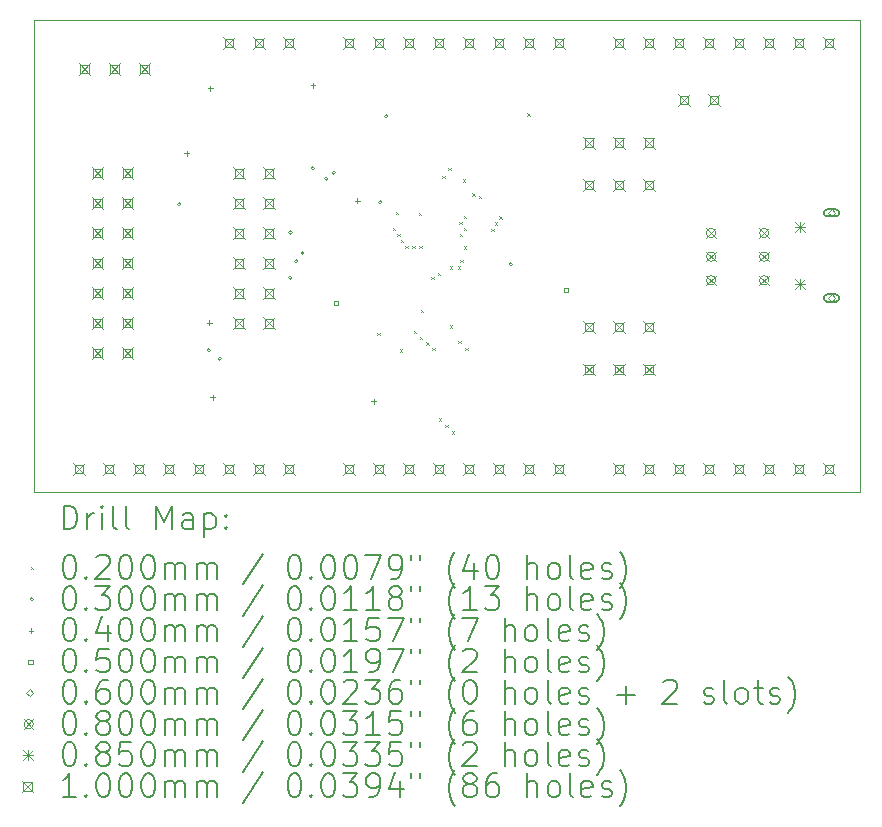
<source format=gbr>
%TF.GenerationSoftware,KiCad,Pcbnew,(6.0.7)*%
%TF.CreationDate,2022-09-17T20:41:11+02:00*%
%TF.ProjectId,FR2476,46523234-3736-42e6-9b69-6361645f7063,rev?*%
%TF.SameCoordinates,Original*%
%TF.FileFunction,Drillmap*%
%TF.FilePolarity,Positive*%
%FSLAX45Y45*%
G04 Gerber Fmt 4.5, Leading zero omitted, Abs format (unit mm)*
G04 Created by KiCad (PCBNEW (6.0.7)) date 2022-09-17 20:41:11*
%MOMM*%
%LPD*%
G01*
G04 APERTURE LIST*
%ADD10C,0.050000*%
%ADD11C,0.200000*%
%ADD12C,0.020000*%
%ADD13C,0.030000*%
%ADD14C,0.040000*%
%ADD15C,0.060000*%
%ADD16C,0.080000*%
%ADD17C,0.085000*%
%ADD18C,0.100000*%
G04 APERTURE END LIST*
D10*
X17800000Y-8300000D02*
X10800000Y-8300000D01*
X10800000Y-12300000D02*
X17800000Y-12300000D01*
X10800000Y-8300000D02*
X10800000Y-12300000D01*
X17800000Y-12300000D02*
X17800000Y-8300000D01*
D11*
D12*
X13710000Y-10950000D02*
X13730000Y-10970000D01*
X13730000Y-10950000D02*
X13710000Y-10970000D01*
X13842500Y-10062500D02*
X13862500Y-10082500D01*
X13862500Y-10062500D02*
X13842500Y-10082500D01*
X13864000Y-9924000D02*
X13884000Y-9944000D01*
X13884000Y-9924000D02*
X13864000Y-9944000D01*
X13880000Y-10110000D02*
X13900000Y-10130000D01*
X13900000Y-10110000D02*
X13880000Y-10130000D01*
X13901539Y-11090761D02*
X13921539Y-11110761D01*
X13921539Y-11090761D02*
X13901539Y-11110761D01*
X13907500Y-10165000D02*
X13927500Y-10185000D01*
X13927500Y-10165000D02*
X13907500Y-10185000D01*
X13945000Y-10215000D02*
X13965000Y-10235000D01*
X13965000Y-10215000D02*
X13945000Y-10235000D01*
X14005000Y-10215000D02*
X14025000Y-10235000D01*
X14025000Y-10215000D02*
X14005000Y-10235000D01*
X14017700Y-10935000D02*
X14037700Y-10955000D01*
X14037700Y-10935000D02*
X14017700Y-10955000D01*
X14058000Y-9934000D02*
X14078000Y-9954000D01*
X14078000Y-9934000D02*
X14058000Y-9954000D01*
X14065000Y-10215000D02*
X14085000Y-10235000D01*
X14085000Y-10215000D02*
X14065000Y-10235000D01*
X14070400Y-10985000D02*
X14090400Y-11005000D01*
X14090400Y-10985000D02*
X14070400Y-11005000D01*
X14080000Y-10755000D02*
X14100000Y-10775000D01*
X14100000Y-10755000D02*
X14080000Y-10775000D01*
X14123100Y-11030000D02*
X14143100Y-11050000D01*
X14143100Y-11030000D02*
X14123100Y-11050000D01*
X14167500Y-10475000D02*
X14187500Y-10495000D01*
X14187500Y-10475000D02*
X14167500Y-10495000D01*
X14175800Y-11075000D02*
X14195800Y-11095000D01*
X14195800Y-11075000D02*
X14175800Y-11095000D01*
X14219000Y-10443000D02*
X14239000Y-10463000D01*
X14239000Y-10443000D02*
X14219000Y-10463000D01*
X14230000Y-11675000D02*
X14250000Y-11695000D01*
X14250000Y-11675000D02*
X14230000Y-11695000D01*
X14260000Y-9620000D02*
X14280000Y-9640000D01*
X14280000Y-9620000D02*
X14260000Y-9640000D01*
X14285000Y-11730000D02*
X14305000Y-11750000D01*
X14305000Y-11730000D02*
X14285000Y-11750000D01*
X14310400Y-9555400D02*
X14330400Y-9575400D01*
X14330400Y-9555400D02*
X14310400Y-9575400D01*
X14321933Y-10387694D02*
X14341933Y-10407694D01*
X14341933Y-10387694D02*
X14321933Y-10407694D01*
X14322500Y-10887500D02*
X14342500Y-10907500D01*
X14342500Y-10887500D02*
X14322500Y-10907500D01*
X14340000Y-11785000D02*
X14360000Y-11805000D01*
X14360000Y-11785000D02*
X14340000Y-11805000D01*
X14392131Y-10387181D02*
X14412131Y-10407181D01*
X14412131Y-10387181D02*
X14392131Y-10407181D01*
X14395000Y-11015000D02*
X14415000Y-11035000D01*
X14415000Y-11015000D02*
X14395000Y-11035000D01*
X14405000Y-10010000D02*
X14425000Y-10030000D01*
X14425000Y-10010000D02*
X14405000Y-10030000D01*
X14410000Y-10112500D02*
X14430000Y-10132500D01*
X14430000Y-10112500D02*
X14410000Y-10132500D01*
X14411934Y-10329695D02*
X14431934Y-10349695D01*
X14431934Y-10329695D02*
X14411934Y-10349695D01*
X14433028Y-9648854D02*
X14453028Y-9668854D01*
X14453028Y-9648854D02*
X14433028Y-9668854D01*
X14440000Y-9960000D02*
X14460000Y-9980000D01*
X14460000Y-9960000D02*
X14440000Y-9980000D01*
X14440000Y-10060000D02*
X14460000Y-10080000D01*
X14460000Y-10060000D02*
X14440000Y-10080000D01*
X14441541Y-10217051D02*
X14461541Y-10237051D01*
X14461541Y-10217051D02*
X14441541Y-10237051D01*
X14455000Y-11075000D02*
X14475000Y-11095000D01*
X14475000Y-11075000D02*
X14455000Y-11095000D01*
X14514081Y-9769081D02*
X14534081Y-9789081D01*
X14534081Y-9769081D02*
X14514081Y-9789081D01*
X14571114Y-9787715D02*
X14591114Y-9807715D01*
X14591114Y-9787715D02*
X14571114Y-9807715D01*
X14676000Y-10067000D02*
X14696000Y-10087000D01*
X14696000Y-10067000D02*
X14676000Y-10087000D01*
X14703000Y-10013000D02*
X14723000Y-10033000D01*
X14723000Y-10013000D02*
X14703000Y-10033000D01*
X14743000Y-9965000D02*
X14763000Y-9985000D01*
X14763000Y-9965000D02*
X14743000Y-9985000D01*
X14980414Y-9092500D02*
X15000414Y-9112500D01*
X15000414Y-9092500D02*
X14980414Y-9112500D01*
D13*
X12046900Y-9862100D02*
G75*
G03*
X12046900Y-9862100I-15000J0D01*
G01*
X12296393Y-11098507D02*
G75*
G03*
X12296393Y-11098507I-15000J0D01*
G01*
X12389800Y-11170200D02*
G75*
G03*
X12389800Y-11170200I-15000J0D01*
G01*
X12986700Y-10484400D02*
G75*
G03*
X12986700Y-10484400I-15000J0D01*
G01*
X12990000Y-10100000D02*
G75*
G03*
X12990000Y-10100000I-15000J0D01*
G01*
X13037500Y-10344700D02*
G75*
G03*
X13037500Y-10344700I-15000J0D01*
G01*
X13090000Y-10275000D02*
G75*
G03*
X13090000Y-10275000I-15000J0D01*
G01*
X13177200Y-9557300D02*
G75*
G03*
X13177200Y-9557300I-15000J0D01*
G01*
X13291500Y-9646200D02*
G75*
G03*
X13291500Y-9646200I-15000J0D01*
G01*
X13355000Y-9595400D02*
G75*
G03*
X13355000Y-9595400I-15000J0D01*
G01*
X13750000Y-9845000D02*
G75*
G03*
X13750000Y-9845000I-15000J0D01*
G01*
X13800000Y-9115000D02*
G75*
G03*
X13800000Y-9115000I-15000J0D01*
G01*
X14855000Y-10370000D02*
G75*
G03*
X14855000Y-10370000I-15000J0D01*
G01*
D14*
X12095400Y-9410300D02*
X12095400Y-9450300D01*
X12075400Y-9430300D02*
X12115400Y-9430300D01*
X12285900Y-10845400D02*
X12285900Y-10885400D01*
X12265900Y-10865400D02*
X12305900Y-10865400D01*
X12295000Y-8860000D02*
X12295000Y-8900000D01*
X12275000Y-8880000D02*
X12315000Y-8880000D01*
X12314000Y-11477000D02*
X12314000Y-11517000D01*
X12294000Y-11497000D02*
X12334000Y-11497000D01*
X13165000Y-8835000D02*
X13165000Y-8875000D01*
X13145000Y-8855000D02*
X13185000Y-8855000D01*
X13540000Y-9810000D02*
X13540000Y-9850000D01*
X13520000Y-9830000D02*
X13560000Y-9830000D01*
X13680000Y-11510000D02*
X13680000Y-11550000D01*
X13660000Y-11530000D02*
X13700000Y-11530000D01*
D10*
X13377678Y-10717678D02*
X13377678Y-10682322D01*
X13342322Y-10682322D01*
X13342322Y-10717678D01*
X13377678Y-10717678D01*
X15322678Y-10607678D02*
X15322678Y-10572322D01*
X15287322Y-10572322D01*
X15287322Y-10607678D01*
X15322678Y-10607678D01*
D15*
X17554750Y-9965000D02*
X17584750Y-9935000D01*
X17554750Y-9905000D01*
X17524750Y-9935000D01*
X17554750Y-9965000D01*
D11*
X17519750Y-9965000D02*
X17589750Y-9965000D01*
X17519750Y-9905000D02*
X17589750Y-9905000D01*
X17589750Y-9965000D02*
G75*
G03*
X17589750Y-9905000I0J30000D01*
G01*
X17519750Y-9905000D02*
G75*
G03*
X17519750Y-9965000I0J-30000D01*
G01*
D15*
X17554750Y-10685000D02*
X17584750Y-10655000D01*
X17554750Y-10625000D01*
X17524750Y-10655000D01*
X17554750Y-10685000D01*
D11*
X17589750Y-10625000D02*
X17519750Y-10625000D01*
X17589750Y-10685000D02*
X17519750Y-10685000D01*
X17519750Y-10625000D02*
G75*
G03*
X17519750Y-10685000I0J-30000D01*
G01*
X17589750Y-10685000D02*
G75*
G03*
X17589750Y-10625000I0J30000D01*
G01*
D16*
X16495000Y-10065000D02*
X16575000Y-10145000D01*
X16575000Y-10065000D02*
X16495000Y-10145000D01*
X16575000Y-10105000D02*
G75*
G03*
X16575000Y-10105000I-40000J0D01*
G01*
X16495000Y-10265000D02*
X16575000Y-10345000D01*
X16575000Y-10265000D02*
X16495000Y-10345000D01*
X16575000Y-10305000D02*
G75*
G03*
X16575000Y-10305000I-40000J0D01*
G01*
X16495000Y-10465000D02*
X16575000Y-10545000D01*
X16575000Y-10465000D02*
X16495000Y-10545000D01*
X16575000Y-10505000D02*
G75*
G03*
X16575000Y-10505000I-40000J0D01*
G01*
X16945000Y-10065000D02*
X17025000Y-10145000D01*
X17025000Y-10065000D02*
X16945000Y-10145000D01*
X17025000Y-10105000D02*
G75*
G03*
X17025000Y-10105000I-40000J0D01*
G01*
X16945000Y-10265000D02*
X17025000Y-10345000D01*
X17025000Y-10265000D02*
X16945000Y-10345000D01*
X17025000Y-10305000D02*
G75*
G03*
X17025000Y-10305000I-40000J0D01*
G01*
X16945000Y-10465000D02*
X17025000Y-10545000D01*
X17025000Y-10465000D02*
X16945000Y-10545000D01*
X17025000Y-10505000D02*
G75*
G03*
X17025000Y-10505000I-40000J0D01*
G01*
D17*
X17242250Y-10007500D02*
X17327250Y-10092500D01*
X17327250Y-10007500D02*
X17242250Y-10092500D01*
X17284750Y-10007500D02*
X17284750Y-10092500D01*
X17242250Y-10050000D02*
X17327250Y-10050000D01*
X17242250Y-10497500D02*
X17327250Y-10582500D01*
X17327250Y-10497500D02*
X17242250Y-10582500D01*
X17284750Y-10497500D02*
X17284750Y-10582500D01*
X17242250Y-10540000D02*
X17327250Y-10540000D01*
D18*
X11131000Y-12055300D02*
X11231000Y-12155300D01*
X11231000Y-12055300D02*
X11131000Y-12155300D01*
X11216356Y-12140656D02*
X11216356Y-12069944D01*
X11145644Y-12069944D01*
X11145644Y-12140656D01*
X11216356Y-12140656D01*
X11180000Y-8668000D02*
X11280000Y-8768000D01*
X11280000Y-8668000D02*
X11180000Y-8768000D01*
X11265356Y-8753356D02*
X11265356Y-8682644D01*
X11194644Y-8682644D01*
X11194644Y-8753356D01*
X11265356Y-8753356D01*
X11290000Y-9545000D02*
X11390000Y-9645000D01*
X11390000Y-9545000D02*
X11290000Y-9645000D01*
X11375356Y-9630356D02*
X11375356Y-9559644D01*
X11304644Y-9559644D01*
X11304644Y-9630356D01*
X11375356Y-9630356D01*
X11290000Y-9799000D02*
X11390000Y-9899000D01*
X11390000Y-9799000D02*
X11290000Y-9899000D01*
X11375356Y-9884356D02*
X11375356Y-9813644D01*
X11304644Y-9813644D01*
X11304644Y-9884356D01*
X11375356Y-9884356D01*
X11290000Y-10053000D02*
X11390000Y-10153000D01*
X11390000Y-10053000D02*
X11290000Y-10153000D01*
X11375356Y-10138356D02*
X11375356Y-10067644D01*
X11304644Y-10067644D01*
X11304644Y-10138356D01*
X11375356Y-10138356D01*
X11290000Y-10307000D02*
X11390000Y-10407000D01*
X11390000Y-10307000D02*
X11290000Y-10407000D01*
X11375356Y-10392356D02*
X11375356Y-10321644D01*
X11304644Y-10321644D01*
X11304644Y-10392356D01*
X11375356Y-10392356D01*
X11290000Y-10561000D02*
X11390000Y-10661000D01*
X11390000Y-10561000D02*
X11290000Y-10661000D01*
X11375356Y-10646356D02*
X11375356Y-10575644D01*
X11304644Y-10575644D01*
X11304644Y-10646356D01*
X11375356Y-10646356D01*
X11290000Y-10815000D02*
X11390000Y-10915000D01*
X11390000Y-10815000D02*
X11290000Y-10915000D01*
X11375356Y-10900356D02*
X11375356Y-10829644D01*
X11304644Y-10829644D01*
X11304644Y-10900356D01*
X11375356Y-10900356D01*
X11290000Y-11069000D02*
X11390000Y-11169000D01*
X11390000Y-11069000D02*
X11290000Y-11169000D01*
X11375356Y-11154356D02*
X11375356Y-11083644D01*
X11304644Y-11083644D01*
X11304644Y-11154356D01*
X11375356Y-11154356D01*
X11385000Y-12055300D02*
X11485000Y-12155300D01*
X11485000Y-12055300D02*
X11385000Y-12155300D01*
X11470356Y-12140656D02*
X11470356Y-12069944D01*
X11399644Y-12069944D01*
X11399644Y-12140656D01*
X11470356Y-12140656D01*
X11434000Y-8668000D02*
X11534000Y-8768000D01*
X11534000Y-8668000D02*
X11434000Y-8768000D01*
X11519356Y-8753356D02*
X11519356Y-8682644D01*
X11448644Y-8682644D01*
X11448644Y-8753356D01*
X11519356Y-8753356D01*
X11544000Y-9545000D02*
X11644000Y-9645000D01*
X11644000Y-9545000D02*
X11544000Y-9645000D01*
X11629356Y-9630356D02*
X11629356Y-9559644D01*
X11558644Y-9559644D01*
X11558644Y-9630356D01*
X11629356Y-9630356D01*
X11544000Y-9799000D02*
X11644000Y-9899000D01*
X11644000Y-9799000D02*
X11544000Y-9899000D01*
X11629356Y-9884356D02*
X11629356Y-9813644D01*
X11558644Y-9813644D01*
X11558644Y-9884356D01*
X11629356Y-9884356D01*
X11544000Y-10053000D02*
X11644000Y-10153000D01*
X11644000Y-10053000D02*
X11544000Y-10153000D01*
X11629356Y-10138356D02*
X11629356Y-10067644D01*
X11558644Y-10067644D01*
X11558644Y-10138356D01*
X11629356Y-10138356D01*
X11544000Y-10307000D02*
X11644000Y-10407000D01*
X11644000Y-10307000D02*
X11544000Y-10407000D01*
X11629356Y-10392356D02*
X11629356Y-10321644D01*
X11558644Y-10321644D01*
X11558644Y-10392356D01*
X11629356Y-10392356D01*
X11544000Y-10561000D02*
X11644000Y-10661000D01*
X11644000Y-10561000D02*
X11544000Y-10661000D01*
X11629356Y-10646356D02*
X11629356Y-10575644D01*
X11558644Y-10575644D01*
X11558644Y-10646356D01*
X11629356Y-10646356D01*
X11544000Y-10815000D02*
X11644000Y-10915000D01*
X11644000Y-10815000D02*
X11544000Y-10915000D01*
X11629356Y-10900356D02*
X11629356Y-10829644D01*
X11558644Y-10829644D01*
X11558644Y-10900356D01*
X11629356Y-10900356D01*
X11544000Y-11069000D02*
X11644000Y-11169000D01*
X11644000Y-11069000D02*
X11544000Y-11169000D01*
X11629356Y-11154356D02*
X11629356Y-11083644D01*
X11558644Y-11083644D01*
X11558644Y-11154356D01*
X11629356Y-11154356D01*
X11639000Y-12055300D02*
X11739000Y-12155300D01*
X11739000Y-12055300D02*
X11639000Y-12155300D01*
X11724356Y-12140656D02*
X11724356Y-12069944D01*
X11653644Y-12069944D01*
X11653644Y-12140656D01*
X11724356Y-12140656D01*
X11688000Y-8668000D02*
X11788000Y-8768000D01*
X11788000Y-8668000D02*
X11688000Y-8768000D01*
X11773356Y-8753356D02*
X11773356Y-8682644D01*
X11702644Y-8682644D01*
X11702644Y-8753356D01*
X11773356Y-8753356D01*
X11893000Y-12055300D02*
X11993000Y-12155300D01*
X11993000Y-12055300D02*
X11893000Y-12155300D01*
X11978356Y-12140656D02*
X11978356Y-12069944D01*
X11907644Y-12069944D01*
X11907644Y-12140656D01*
X11978356Y-12140656D01*
X12147000Y-12055300D02*
X12247000Y-12155300D01*
X12247000Y-12055300D02*
X12147000Y-12155300D01*
X12232356Y-12140656D02*
X12232356Y-12069944D01*
X12161644Y-12069944D01*
X12161644Y-12140656D01*
X12232356Y-12140656D01*
X12401000Y-8448500D02*
X12501000Y-8548500D01*
X12501000Y-8448500D02*
X12401000Y-8548500D01*
X12486356Y-8533856D02*
X12486356Y-8463144D01*
X12415644Y-8463144D01*
X12415644Y-8533856D01*
X12486356Y-8533856D01*
X12401000Y-12055300D02*
X12501000Y-12155300D01*
X12501000Y-12055300D02*
X12401000Y-12155300D01*
X12486356Y-12140656D02*
X12486356Y-12069944D01*
X12415644Y-12069944D01*
X12415644Y-12140656D01*
X12486356Y-12140656D01*
X12490000Y-9550000D02*
X12590000Y-9650000D01*
X12590000Y-9550000D02*
X12490000Y-9650000D01*
X12575356Y-9635356D02*
X12575356Y-9564644D01*
X12504644Y-9564644D01*
X12504644Y-9635356D01*
X12575356Y-9635356D01*
X12490000Y-9804000D02*
X12590000Y-9904000D01*
X12590000Y-9804000D02*
X12490000Y-9904000D01*
X12575356Y-9889356D02*
X12575356Y-9818644D01*
X12504644Y-9818644D01*
X12504644Y-9889356D01*
X12575356Y-9889356D01*
X12490000Y-10058000D02*
X12590000Y-10158000D01*
X12590000Y-10058000D02*
X12490000Y-10158000D01*
X12575356Y-10143356D02*
X12575356Y-10072644D01*
X12504644Y-10072644D01*
X12504644Y-10143356D01*
X12575356Y-10143356D01*
X12490000Y-10312000D02*
X12590000Y-10412000D01*
X12590000Y-10312000D02*
X12490000Y-10412000D01*
X12575356Y-10397356D02*
X12575356Y-10326644D01*
X12504644Y-10326644D01*
X12504644Y-10397356D01*
X12575356Y-10397356D01*
X12490000Y-10566000D02*
X12590000Y-10666000D01*
X12590000Y-10566000D02*
X12490000Y-10666000D01*
X12575356Y-10651356D02*
X12575356Y-10580644D01*
X12504644Y-10580644D01*
X12504644Y-10651356D01*
X12575356Y-10651356D01*
X12490000Y-10820000D02*
X12590000Y-10920000D01*
X12590000Y-10820000D02*
X12490000Y-10920000D01*
X12575356Y-10905356D02*
X12575356Y-10834644D01*
X12504644Y-10834644D01*
X12504644Y-10905356D01*
X12575356Y-10905356D01*
X12655000Y-8448500D02*
X12755000Y-8548500D01*
X12755000Y-8448500D02*
X12655000Y-8548500D01*
X12740356Y-8533856D02*
X12740356Y-8463144D01*
X12669644Y-8463144D01*
X12669644Y-8533856D01*
X12740356Y-8533856D01*
X12655000Y-12055300D02*
X12755000Y-12155300D01*
X12755000Y-12055300D02*
X12655000Y-12155300D01*
X12740356Y-12140656D02*
X12740356Y-12069944D01*
X12669644Y-12069944D01*
X12669644Y-12140656D01*
X12740356Y-12140656D01*
X12744000Y-9550000D02*
X12844000Y-9650000D01*
X12844000Y-9550000D02*
X12744000Y-9650000D01*
X12829356Y-9635356D02*
X12829356Y-9564644D01*
X12758644Y-9564644D01*
X12758644Y-9635356D01*
X12829356Y-9635356D01*
X12744000Y-9804000D02*
X12844000Y-9904000D01*
X12844000Y-9804000D02*
X12744000Y-9904000D01*
X12829356Y-9889356D02*
X12829356Y-9818644D01*
X12758644Y-9818644D01*
X12758644Y-9889356D01*
X12829356Y-9889356D01*
X12744000Y-10058000D02*
X12844000Y-10158000D01*
X12844000Y-10058000D02*
X12744000Y-10158000D01*
X12829356Y-10143356D02*
X12829356Y-10072644D01*
X12758644Y-10072644D01*
X12758644Y-10143356D01*
X12829356Y-10143356D01*
X12744000Y-10312000D02*
X12844000Y-10412000D01*
X12844000Y-10312000D02*
X12744000Y-10412000D01*
X12829356Y-10397356D02*
X12829356Y-10326644D01*
X12758644Y-10326644D01*
X12758644Y-10397356D01*
X12829356Y-10397356D01*
X12744000Y-10566000D02*
X12844000Y-10666000D01*
X12844000Y-10566000D02*
X12744000Y-10666000D01*
X12829356Y-10651356D02*
X12829356Y-10580644D01*
X12758644Y-10580644D01*
X12758644Y-10651356D01*
X12829356Y-10651356D01*
X12744000Y-10820000D02*
X12844000Y-10920000D01*
X12844000Y-10820000D02*
X12744000Y-10920000D01*
X12829356Y-10905356D02*
X12829356Y-10834644D01*
X12758644Y-10834644D01*
X12758644Y-10905356D01*
X12829356Y-10905356D01*
X12909000Y-8448500D02*
X13009000Y-8548500D01*
X13009000Y-8448500D02*
X12909000Y-8548500D01*
X12994356Y-8533856D02*
X12994356Y-8463144D01*
X12923644Y-8463144D01*
X12923644Y-8533856D01*
X12994356Y-8533856D01*
X12909000Y-12055300D02*
X13009000Y-12155300D01*
X13009000Y-12055300D02*
X12909000Y-12155300D01*
X12994356Y-12140656D02*
X12994356Y-12069944D01*
X12923644Y-12069944D01*
X12923644Y-12140656D01*
X12994356Y-12140656D01*
X13417000Y-8448500D02*
X13517000Y-8548500D01*
X13517000Y-8448500D02*
X13417000Y-8548500D01*
X13502356Y-8533856D02*
X13502356Y-8463144D01*
X13431644Y-8463144D01*
X13431644Y-8533856D01*
X13502356Y-8533856D01*
X13417000Y-12055300D02*
X13517000Y-12155300D01*
X13517000Y-12055300D02*
X13417000Y-12155300D01*
X13502356Y-12140656D02*
X13502356Y-12069944D01*
X13431644Y-12069944D01*
X13431644Y-12140656D01*
X13502356Y-12140656D01*
X13671000Y-8448500D02*
X13771000Y-8548500D01*
X13771000Y-8448500D02*
X13671000Y-8548500D01*
X13756356Y-8533856D02*
X13756356Y-8463144D01*
X13685644Y-8463144D01*
X13685644Y-8533856D01*
X13756356Y-8533856D01*
X13671000Y-12055300D02*
X13771000Y-12155300D01*
X13771000Y-12055300D02*
X13671000Y-12155300D01*
X13756356Y-12140656D02*
X13756356Y-12069944D01*
X13685644Y-12069944D01*
X13685644Y-12140656D01*
X13756356Y-12140656D01*
X13925000Y-8448500D02*
X14025000Y-8548500D01*
X14025000Y-8448500D02*
X13925000Y-8548500D01*
X14010356Y-8533856D02*
X14010356Y-8463144D01*
X13939644Y-8463144D01*
X13939644Y-8533856D01*
X14010356Y-8533856D01*
X13925000Y-12055300D02*
X14025000Y-12155300D01*
X14025000Y-12055300D02*
X13925000Y-12155300D01*
X14010356Y-12140656D02*
X14010356Y-12069944D01*
X13939644Y-12069944D01*
X13939644Y-12140656D01*
X14010356Y-12140656D01*
X14179000Y-8448500D02*
X14279000Y-8548500D01*
X14279000Y-8448500D02*
X14179000Y-8548500D01*
X14264356Y-8533856D02*
X14264356Y-8463144D01*
X14193644Y-8463144D01*
X14193644Y-8533856D01*
X14264356Y-8533856D01*
X14179000Y-12055300D02*
X14279000Y-12155300D01*
X14279000Y-12055300D02*
X14179000Y-12155300D01*
X14264356Y-12140656D02*
X14264356Y-12069944D01*
X14193644Y-12069944D01*
X14193644Y-12140656D01*
X14264356Y-12140656D01*
X14433000Y-8448500D02*
X14533000Y-8548500D01*
X14533000Y-8448500D02*
X14433000Y-8548500D01*
X14518356Y-8533856D02*
X14518356Y-8463144D01*
X14447644Y-8463144D01*
X14447644Y-8533856D01*
X14518356Y-8533856D01*
X14433000Y-12055300D02*
X14533000Y-12155300D01*
X14533000Y-12055300D02*
X14433000Y-12155300D01*
X14518356Y-12140656D02*
X14518356Y-12069944D01*
X14447644Y-12069944D01*
X14447644Y-12140656D01*
X14518356Y-12140656D01*
X14687000Y-8448500D02*
X14787000Y-8548500D01*
X14787000Y-8448500D02*
X14687000Y-8548500D01*
X14772356Y-8533856D02*
X14772356Y-8463144D01*
X14701644Y-8463144D01*
X14701644Y-8533856D01*
X14772356Y-8533856D01*
X14687000Y-12055300D02*
X14787000Y-12155300D01*
X14787000Y-12055300D02*
X14687000Y-12155300D01*
X14772356Y-12140656D02*
X14772356Y-12069944D01*
X14701644Y-12069944D01*
X14701644Y-12140656D01*
X14772356Y-12140656D01*
X14941000Y-8448500D02*
X15041000Y-8548500D01*
X15041000Y-8448500D02*
X14941000Y-8548500D01*
X15026356Y-8533856D02*
X15026356Y-8463144D01*
X14955644Y-8463144D01*
X14955644Y-8533856D01*
X15026356Y-8533856D01*
X14941000Y-12055300D02*
X15041000Y-12155300D01*
X15041000Y-12055300D02*
X14941000Y-12155300D01*
X15026356Y-12140656D02*
X15026356Y-12069944D01*
X14955644Y-12069944D01*
X14955644Y-12140656D01*
X15026356Y-12140656D01*
X15195000Y-8448500D02*
X15295000Y-8548500D01*
X15295000Y-8448500D02*
X15195000Y-8548500D01*
X15280356Y-8533856D02*
X15280356Y-8463144D01*
X15209644Y-8463144D01*
X15209644Y-8533856D01*
X15280356Y-8533856D01*
X15195000Y-12055300D02*
X15295000Y-12155300D01*
X15295000Y-12055300D02*
X15195000Y-12155300D01*
X15280356Y-12140656D02*
X15280356Y-12069944D01*
X15209644Y-12069944D01*
X15209644Y-12140656D01*
X15280356Y-12140656D01*
X15450000Y-9290000D02*
X15550000Y-9390000D01*
X15550000Y-9290000D02*
X15450000Y-9390000D01*
X15535356Y-9375356D02*
X15535356Y-9304644D01*
X15464644Y-9304644D01*
X15464644Y-9375356D01*
X15535356Y-9375356D01*
X15450000Y-9650000D02*
X15550000Y-9750000D01*
X15550000Y-9650000D02*
X15450000Y-9750000D01*
X15535356Y-9735356D02*
X15535356Y-9664644D01*
X15464644Y-9664644D01*
X15464644Y-9735356D01*
X15535356Y-9735356D01*
X15450000Y-10850000D02*
X15550000Y-10950000D01*
X15550000Y-10850000D02*
X15450000Y-10950000D01*
X15535356Y-10935356D02*
X15535356Y-10864644D01*
X15464644Y-10864644D01*
X15464644Y-10935356D01*
X15535356Y-10935356D01*
X15450000Y-11210000D02*
X15550000Y-11310000D01*
X15550000Y-11210000D02*
X15450000Y-11310000D01*
X15535356Y-11295356D02*
X15535356Y-11224644D01*
X15464644Y-11224644D01*
X15464644Y-11295356D01*
X15535356Y-11295356D01*
X15703000Y-8448500D02*
X15803000Y-8548500D01*
X15803000Y-8448500D02*
X15703000Y-8548500D01*
X15788356Y-8533856D02*
X15788356Y-8463144D01*
X15717644Y-8463144D01*
X15717644Y-8533856D01*
X15788356Y-8533856D01*
X15703000Y-12055300D02*
X15803000Y-12155300D01*
X15803000Y-12055300D02*
X15703000Y-12155300D01*
X15788356Y-12140656D02*
X15788356Y-12069944D01*
X15717644Y-12069944D01*
X15717644Y-12140656D01*
X15788356Y-12140656D01*
X15704000Y-9290000D02*
X15804000Y-9390000D01*
X15804000Y-9290000D02*
X15704000Y-9390000D01*
X15789356Y-9375356D02*
X15789356Y-9304644D01*
X15718644Y-9304644D01*
X15718644Y-9375356D01*
X15789356Y-9375356D01*
X15704000Y-9650000D02*
X15804000Y-9750000D01*
X15804000Y-9650000D02*
X15704000Y-9750000D01*
X15789356Y-9735356D02*
X15789356Y-9664644D01*
X15718644Y-9664644D01*
X15718644Y-9735356D01*
X15789356Y-9735356D01*
X15704000Y-10850000D02*
X15804000Y-10950000D01*
X15804000Y-10850000D02*
X15704000Y-10950000D01*
X15789356Y-10935356D02*
X15789356Y-10864644D01*
X15718644Y-10864644D01*
X15718644Y-10935356D01*
X15789356Y-10935356D01*
X15704000Y-11210000D02*
X15804000Y-11310000D01*
X15804000Y-11210000D02*
X15704000Y-11310000D01*
X15789356Y-11295356D02*
X15789356Y-11224644D01*
X15718644Y-11224644D01*
X15718644Y-11295356D01*
X15789356Y-11295356D01*
X15957000Y-8448500D02*
X16057000Y-8548500D01*
X16057000Y-8448500D02*
X15957000Y-8548500D01*
X16042356Y-8533856D02*
X16042356Y-8463144D01*
X15971644Y-8463144D01*
X15971644Y-8533856D01*
X16042356Y-8533856D01*
X15957000Y-12055300D02*
X16057000Y-12155300D01*
X16057000Y-12055300D02*
X15957000Y-12155300D01*
X16042356Y-12140656D02*
X16042356Y-12069944D01*
X15971644Y-12069944D01*
X15971644Y-12140656D01*
X16042356Y-12140656D01*
X15958000Y-9290000D02*
X16058000Y-9390000D01*
X16058000Y-9290000D02*
X15958000Y-9390000D01*
X16043356Y-9375356D02*
X16043356Y-9304644D01*
X15972644Y-9304644D01*
X15972644Y-9375356D01*
X16043356Y-9375356D01*
X15958000Y-9650000D02*
X16058000Y-9750000D01*
X16058000Y-9650000D02*
X15958000Y-9750000D01*
X16043356Y-9735356D02*
X16043356Y-9664644D01*
X15972644Y-9664644D01*
X15972644Y-9735356D01*
X16043356Y-9735356D01*
X15958000Y-10850000D02*
X16058000Y-10950000D01*
X16058000Y-10850000D02*
X15958000Y-10950000D01*
X16043356Y-10935356D02*
X16043356Y-10864644D01*
X15972644Y-10864644D01*
X15972644Y-10935356D01*
X16043356Y-10935356D01*
X15958000Y-11210000D02*
X16058000Y-11310000D01*
X16058000Y-11210000D02*
X15958000Y-11310000D01*
X16043356Y-11295356D02*
X16043356Y-11224644D01*
X15972644Y-11224644D01*
X15972644Y-11295356D01*
X16043356Y-11295356D01*
X16211000Y-8448500D02*
X16311000Y-8548500D01*
X16311000Y-8448500D02*
X16211000Y-8548500D01*
X16296356Y-8533856D02*
X16296356Y-8463144D01*
X16225644Y-8463144D01*
X16225644Y-8533856D01*
X16296356Y-8533856D01*
X16211000Y-12055300D02*
X16311000Y-12155300D01*
X16311000Y-12055300D02*
X16211000Y-12155300D01*
X16296356Y-12140656D02*
X16296356Y-12069944D01*
X16225644Y-12069944D01*
X16225644Y-12140656D01*
X16296356Y-12140656D01*
X16256000Y-8930000D02*
X16356000Y-9030000D01*
X16356000Y-8930000D02*
X16256000Y-9030000D01*
X16341356Y-9015356D02*
X16341356Y-8944644D01*
X16270644Y-8944644D01*
X16270644Y-9015356D01*
X16341356Y-9015356D01*
X16465000Y-8448500D02*
X16565000Y-8548500D01*
X16565000Y-8448500D02*
X16465000Y-8548500D01*
X16550356Y-8533856D02*
X16550356Y-8463144D01*
X16479644Y-8463144D01*
X16479644Y-8533856D01*
X16550356Y-8533856D01*
X16465000Y-12055300D02*
X16565000Y-12155300D01*
X16565000Y-12055300D02*
X16465000Y-12155300D01*
X16550356Y-12140656D02*
X16550356Y-12069944D01*
X16479644Y-12069944D01*
X16479644Y-12140656D01*
X16550356Y-12140656D01*
X16510000Y-8930000D02*
X16610000Y-9030000D01*
X16610000Y-8930000D02*
X16510000Y-9030000D01*
X16595356Y-9015356D02*
X16595356Y-8944644D01*
X16524644Y-8944644D01*
X16524644Y-9015356D01*
X16595356Y-9015356D01*
X16719000Y-8448500D02*
X16819000Y-8548500D01*
X16819000Y-8448500D02*
X16719000Y-8548500D01*
X16804356Y-8533856D02*
X16804356Y-8463144D01*
X16733644Y-8463144D01*
X16733644Y-8533856D01*
X16804356Y-8533856D01*
X16719000Y-12055300D02*
X16819000Y-12155300D01*
X16819000Y-12055300D02*
X16719000Y-12155300D01*
X16804356Y-12140656D02*
X16804356Y-12069944D01*
X16733644Y-12069944D01*
X16733644Y-12140656D01*
X16804356Y-12140656D01*
X16973000Y-8448500D02*
X17073000Y-8548500D01*
X17073000Y-8448500D02*
X16973000Y-8548500D01*
X17058356Y-8533856D02*
X17058356Y-8463144D01*
X16987644Y-8463144D01*
X16987644Y-8533856D01*
X17058356Y-8533856D01*
X16973000Y-12055300D02*
X17073000Y-12155300D01*
X17073000Y-12055300D02*
X16973000Y-12155300D01*
X17058356Y-12140656D02*
X17058356Y-12069944D01*
X16987644Y-12069944D01*
X16987644Y-12140656D01*
X17058356Y-12140656D01*
X17227000Y-8448500D02*
X17327000Y-8548500D01*
X17327000Y-8448500D02*
X17227000Y-8548500D01*
X17312356Y-8533856D02*
X17312356Y-8463144D01*
X17241644Y-8463144D01*
X17241644Y-8533856D01*
X17312356Y-8533856D01*
X17227000Y-12055300D02*
X17327000Y-12155300D01*
X17327000Y-12055300D02*
X17227000Y-12155300D01*
X17312356Y-12140656D02*
X17312356Y-12069944D01*
X17241644Y-12069944D01*
X17241644Y-12140656D01*
X17312356Y-12140656D01*
X17481000Y-8448500D02*
X17581000Y-8548500D01*
X17581000Y-8448500D02*
X17481000Y-8548500D01*
X17566356Y-8533856D02*
X17566356Y-8463144D01*
X17495644Y-8463144D01*
X17495644Y-8533856D01*
X17566356Y-8533856D01*
X17481000Y-12055300D02*
X17581000Y-12155300D01*
X17581000Y-12055300D02*
X17481000Y-12155300D01*
X17566356Y-12140656D02*
X17566356Y-12069944D01*
X17495644Y-12069944D01*
X17495644Y-12140656D01*
X17566356Y-12140656D01*
D11*
X11055119Y-12612976D02*
X11055119Y-12412976D01*
X11102738Y-12412976D01*
X11131310Y-12422500D01*
X11150357Y-12441548D01*
X11159881Y-12460595D01*
X11169405Y-12498690D01*
X11169405Y-12527262D01*
X11159881Y-12565357D01*
X11150357Y-12584405D01*
X11131310Y-12603452D01*
X11102738Y-12612976D01*
X11055119Y-12612976D01*
X11255119Y-12612976D02*
X11255119Y-12479643D01*
X11255119Y-12517738D02*
X11264643Y-12498690D01*
X11274167Y-12489167D01*
X11293214Y-12479643D01*
X11312262Y-12479643D01*
X11378928Y-12612976D02*
X11378928Y-12479643D01*
X11378928Y-12412976D02*
X11369405Y-12422500D01*
X11378928Y-12432024D01*
X11388452Y-12422500D01*
X11378928Y-12412976D01*
X11378928Y-12432024D01*
X11502738Y-12612976D02*
X11483690Y-12603452D01*
X11474167Y-12584405D01*
X11474167Y-12412976D01*
X11607500Y-12612976D02*
X11588452Y-12603452D01*
X11578928Y-12584405D01*
X11578928Y-12412976D01*
X11836071Y-12612976D02*
X11836071Y-12412976D01*
X11902738Y-12555833D01*
X11969405Y-12412976D01*
X11969405Y-12612976D01*
X12150357Y-12612976D02*
X12150357Y-12508214D01*
X12140833Y-12489167D01*
X12121786Y-12479643D01*
X12083690Y-12479643D01*
X12064643Y-12489167D01*
X12150357Y-12603452D02*
X12131309Y-12612976D01*
X12083690Y-12612976D01*
X12064643Y-12603452D01*
X12055119Y-12584405D01*
X12055119Y-12565357D01*
X12064643Y-12546309D01*
X12083690Y-12536786D01*
X12131309Y-12536786D01*
X12150357Y-12527262D01*
X12245595Y-12479643D02*
X12245595Y-12679643D01*
X12245595Y-12489167D02*
X12264643Y-12479643D01*
X12302738Y-12479643D01*
X12321786Y-12489167D01*
X12331309Y-12498690D01*
X12340833Y-12517738D01*
X12340833Y-12574881D01*
X12331309Y-12593928D01*
X12321786Y-12603452D01*
X12302738Y-12612976D01*
X12264643Y-12612976D01*
X12245595Y-12603452D01*
X12426548Y-12593928D02*
X12436071Y-12603452D01*
X12426548Y-12612976D01*
X12417024Y-12603452D01*
X12426548Y-12593928D01*
X12426548Y-12612976D01*
X12426548Y-12489167D02*
X12436071Y-12498690D01*
X12426548Y-12508214D01*
X12417024Y-12498690D01*
X12426548Y-12489167D01*
X12426548Y-12508214D01*
D12*
X10777500Y-12932500D02*
X10797500Y-12952500D01*
X10797500Y-12932500D02*
X10777500Y-12952500D01*
D11*
X11093214Y-12832976D02*
X11112262Y-12832976D01*
X11131310Y-12842500D01*
X11140833Y-12852024D01*
X11150357Y-12871071D01*
X11159881Y-12909167D01*
X11159881Y-12956786D01*
X11150357Y-12994881D01*
X11140833Y-13013928D01*
X11131310Y-13023452D01*
X11112262Y-13032976D01*
X11093214Y-13032976D01*
X11074167Y-13023452D01*
X11064643Y-13013928D01*
X11055119Y-12994881D01*
X11045595Y-12956786D01*
X11045595Y-12909167D01*
X11055119Y-12871071D01*
X11064643Y-12852024D01*
X11074167Y-12842500D01*
X11093214Y-12832976D01*
X11245595Y-13013928D02*
X11255119Y-13023452D01*
X11245595Y-13032976D01*
X11236071Y-13023452D01*
X11245595Y-13013928D01*
X11245595Y-13032976D01*
X11331309Y-12852024D02*
X11340833Y-12842500D01*
X11359881Y-12832976D01*
X11407500Y-12832976D01*
X11426548Y-12842500D01*
X11436071Y-12852024D01*
X11445595Y-12871071D01*
X11445595Y-12890119D01*
X11436071Y-12918690D01*
X11321786Y-13032976D01*
X11445595Y-13032976D01*
X11569405Y-12832976D02*
X11588452Y-12832976D01*
X11607500Y-12842500D01*
X11617024Y-12852024D01*
X11626548Y-12871071D01*
X11636071Y-12909167D01*
X11636071Y-12956786D01*
X11626548Y-12994881D01*
X11617024Y-13013928D01*
X11607500Y-13023452D01*
X11588452Y-13032976D01*
X11569405Y-13032976D01*
X11550357Y-13023452D01*
X11540833Y-13013928D01*
X11531309Y-12994881D01*
X11521786Y-12956786D01*
X11521786Y-12909167D01*
X11531309Y-12871071D01*
X11540833Y-12852024D01*
X11550357Y-12842500D01*
X11569405Y-12832976D01*
X11759881Y-12832976D02*
X11778928Y-12832976D01*
X11797976Y-12842500D01*
X11807500Y-12852024D01*
X11817024Y-12871071D01*
X11826548Y-12909167D01*
X11826548Y-12956786D01*
X11817024Y-12994881D01*
X11807500Y-13013928D01*
X11797976Y-13023452D01*
X11778928Y-13032976D01*
X11759881Y-13032976D01*
X11740833Y-13023452D01*
X11731309Y-13013928D01*
X11721786Y-12994881D01*
X11712262Y-12956786D01*
X11712262Y-12909167D01*
X11721786Y-12871071D01*
X11731309Y-12852024D01*
X11740833Y-12842500D01*
X11759881Y-12832976D01*
X11912262Y-13032976D02*
X11912262Y-12899643D01*
X11912262Y-12918690D02*
X11921786Y-12909167D01*
X11940833Y-12899643D01*
X11969405Y-12899643D01*
X11988452Y-12909167D01*
X11997976Y-12928214D01*
X11997976Y-13032976D01*
X11997976Y-12928214D02*
X12007500Y-12909167D01*
X12026548Y-12899643D01*
X12055119Y-12899643D01*
X12074167Y-12909167D01*
X12083690Y-12928214D01*
X12083690Y-13032976D01*
X12178928Y-13032976D02*
X12178928Y-12899643D01*
X12178928Y-12918690D02*
X12188452Y-12909167D01*
X12207500Y-12899643D01*
X12236071Y-12899643D01*
X12255119Y-12909167D01*
X12264643Y-12928214D01*
X12264643Y-13032976D01*
X12264643Y-12928214D02*
X12274167Y-12909167D01*
X12293214Y-12899643D01*
X12321786Y-12899643D01*
X12340833Y-12909167D01*
X12350357Y-12928214D01*
X12350357Y-13032976D01*
X12740833Y-12823452D02*
X12569405Y-13080595D01*
X12997976Y-12832976D02*
X13017024Y-12832976D01*
X13036071Y-12842500D01*
X13045595Y-12852024D01*
X13055119Y-12871071D01*
X13064643Y-12909167D01*
X13064643Y-12956786D01*
X13055119Y-12994881D01*
X13045595Y-13013928D01*
X13036071Y-13023452D01*
X13017024Y-13032976D01*
X12997976Y-13032976D01*
X12978928Y-13023452D01*
X12969405Y-13013928D01*
X12959881Y-12994881D01*
X12950357Y-12956786D01*
X12950357Y-12909167D01*
X12959881Y-12871071D01*
X12969405Y-12852024D01*
X12978928Y-12842500D01*
X12997976Y-12832976D01*
X13150357Y-13013928D02*
X13159881Y-13023452D01*
X13150357Y-13032976D01*
X13140833Y-13023452D01*
X13150357Y-13013928D01*
X13150357Y-13032976D01*
X13283690Y-12832976D02*
X13302738Y-12832976D01*
X13321786Y-12842500D01*
X13331309Y-12852024D01*
X13340833Y-12871071D01*
X13350357Y-12909167D01*
X13350357Y-12956786D01*
X13340833Y-12994881D01*
X13331309Y-13013928D01*
X13321786Y-13023452D01*
X13302738Y-13032976D01*
X13283690Y-13032976D01*
X13264643Y-13023452D01*
X13255119Y-13013928D01*
X13245595Y-12994881D01*
X13236071Y-12956786D01*
X13236071Y-12909167D01*
X13245595Y-12871071D01*
X13255119Y-12852024D01*
X13264643Y-12842500D01*
X13283690Y-12832976D01*
X13474167Y-12832976D02*
X13493214Y-12832976D01*
X13512262Y-12842500D01*
X13521786Y-12852024D01*
X13531309Y-12871071D01*
X13540833Y-12909167D01*
X13540833Y-12956786D01*
X13531309Y-12994881D01*
X13521786Y-13013928D01*
X13512262Y-13023452D01*
X13493214Y-13032976D01*
X13474167Y-13032976D01*
X13455119Y-13023452D01*
X13445595Y-13013928D01*
X13436071Y-12994881D01*
X13426548Y-12956786D01*
X13426548Y-12909167D01*
X13436071Y-12871071D01*
X13445595Y-12852024D01*
X13455119Y-12842500D01*
X13474167Y-12832976D01*
X13607500Y-12832976D02*
X13740833Y-12832976D01*
X13655119Y-13032976D01*
X13826548Y-13032976D02*
X13864643Y-13032976D01*
X13883690Y-13023452D01*
X13893214Y-13013928D01*
X13912262Y-12985357D01*
X13921786Y-12947262D01*
X13921786Y-12871071D01*
X13912262Y-12852024D01*
X13902738Y-12842500D01*
X13883690Y-12832976D01*
X13845595Y-12832976D01*
X13826548Y-12842500D01*
X13817024Y-12852024D01*
X13807500Y-12871071D01*
X13807500Y-12918690D01*
X13817024Y-12937738D01*
X13826548Y-12947262D01*
X13845595Y-12956786D01*
X13883690Y-12956786D01*
X13902738Y-12947262D01*
X13912262Y-12937738D01*
X13921786Y-12918690D01*
X13997976Y-12832976D02*
X13997976Y-12871071D01*
X14074167Y-12832976D02*
X14074167Y-12871071D01*
X14369405Y-13109167D02*
X14359881Y-13099643D01*
X14340833Y-13071071D01*
X14331309Y-13052024D01*
X14321786Y-13023452D01*
X14312262Y-12975833D01*
X14312262Y-12937738D01*
X14321786Y-12890119D01*
X14331309Y-12861548D01*
X14340833Y-12842500D01*
X14359881Y-12813928D01*
X14369405Y-12804405D01*
X14531309Y-12899643D02*
X14531309Y-13032976D01*
X14483690Y-12823452D02*
X14436071Y-12966309D01*
X14559881Y-12966309D01*
X14674167Y-12832976D02*
X14693214Y-12832976D01*
X14712262Y-12842500D01*
X14721786Y-12852024D01*
X14731309Y-12871071D01*
X14740833Y-12909167D01*
X14740833Y-12956786D01*
X14731309Y-12994881D01*
X14721786Y-13013928D01*
X14712262Y-13023452D01*
X14693214Y-13032976D01*
X14674167Y-13032976D01*
X14655119Y-13023452D01*
X14645595Y-13013928D01*
X14636071Y-12994881D01*
X14626548Y-12956786D01*
X14626548Y-12909167D01*
X14636071Y-12871071D01*
X14645595Y-12852024D01*
X14655119Y-12842500D01*
X14674167Y-12832976D01*
X14978928Y-13032976D02*
X14978928Y-12832976D01*
X15064643Y-13032976D02*
X15064643Y-12928214D01*
X15055119Y-12909167D01*
X15036071Y-12899643D01*
X15007500Y-12899643D01*
X14988452Y-12909167D01*
X14978928Y-12918690D01*
X15188452Y-13032976D02*
X15169405Y-13023452D01*
X15159881Y-13013928D01*
X15150357Y-12994881D01*
X15150357Y-12937738D01*
X15159881Y-12918690D01*
X15169405Y-12909167D01*
X15188452Y-12899643D01*
X15217024Y-12899643D01*
X15236071Y-12909167D01*
X15245595Y-12918690D01*
X15255119Y-12937738D01*
X15255119Y-12994881D01*
X15245595Y-13013928D01*
X15236071Y-13023452D01*
X15217024Y-13032976D01*
X15188452Y-13032976D01*
X15369405Y-13032976D02*
X15350357Y-13023452D01*
X15340833Y-13004405D01*
X15340833Y-12832976D01*
X15521786Y-13023452D02*
X15502738Y-13032976D01*
X15464643Y-13032976D01*
X15445595Y-13023452D01*
X15436071Y-13004405D01*
X15436071Y-12928214D01*
X15445595Y-12909167D01*
X15464643Y-12899643D01*
X15502738Y-12899643D01*
X15521786Y-12909167D01*
X15531309Y-12928214D01*
X15531309Y-12947262D01*
X15436071Y-12966309D01*
X15607500Y-13023452D02*
X15626548Y-13032976D01*
X15664643Y-13032976D01*
X15683690Y-13023452D01*
X15693214Y-13004405D01*
X15693214Y-12994881D01*
X15683690Y-12975833D01*
X15664643Y-12966309D01*
X15636071Y-12966309D01*
X15617024Y-12956786D01*
X15607500Y-12937738D01*
X15607500Y-12928214D01*
X15617024Y-12909167D01*
X15636071Y-12899643D01*
X15664643Y-12899643D01*
X15683690Y-12909167D01*
X15759881Y-13109167D02*
X15769405Y-13099643D01*
X15788452Y-13071071D01*
X15797976Y-13052024D01*
X15807500Y-13023452D01*
X15817024Y-12975833D01*
X15817024Y-12937738D01*
X15807500Y-12890119D01*
X15797976Y-12861548D01*
X15788452Y-12842500D01*
X15769405Y-12813928D01*
X15759881Y-12804405D01*
D13*
X10797500Y-13206500D02*
G75*
G03*
X10797500Y-13206500I-15000J0D01*
G01*
D11*
X11093214Y-13096976D02*
X11112262Y-13096976D01*
X11131310Y-13106500D01*
X11140833Y-13116024D01*
X11150357Y-13135071D01*
X11159881Y-13173167D01*
X11159881Y-13220786D01*
X11150357Y-13258881D01*
X11140833Y-13277928D01*
X11131310Y-13287452D01*
X11112262Y-13296976D01*
X11093214Y-13296976D01*
X11074167Y-13287452D01*
X11064643Y-13277928D01*
X11055119Y-13258881D01*
X11045595Y-13220786D01*
X11045595Y-13173167D01*
X11055119Y-13135071D01*
X11064643Y-13116024D01*
X11074167Y-13106500D01*
X11093214Y-13096976D01*
X11245595Y-13277928D02*
X11255119Y-13287452D01*
X11245595Y-13296976D01*
X11236071Y-13287452D01*
X11245595Y-13277928D01*
X11245595Y-13296976D01*
X11321786Y-13096976D02*
X11445595Y-13096976D01*
X11378928Y-13173167D01*
X11407500Y-13173167D01*
X11426548Y-13182690D01*
X11436071Y-13192214D01*
X11445595Y-13211262D01*
X11445595Y-13258881D01*
X11436071Y-13277928D01*
X11426548Y-13287452D01*
X11407500Y-13296976D01*
X11350357Y-13296976D01*
X11331309Y-13287452D01*
X11321786Y-13277928D01*
X11569405Y-13096976D02*
X11588452Y-13096976D01*
X11607500Y-13106500D01*
X11617024Y-13116024D01*
X11626548Y-13135071D01*
X11636071Y-13173167D01*
X11636071Y-13220786D01*
X11626548Y-13258881D01*
X11617024Y-13277928D01*
X11607500Y-13287452D01*
X11588452Y-13296976D01*
X11569405Y-13296976D01*
X11550357Y-13287452D01*
X11540833Y-13277928D01*
X11531309Y-13258881D01*
X11521786Y-13220786D01*
X11521786Y-13173167D01*
X11531309Y-13135071D01*
X11540833Y-13116024D01*
X11550357Y-13106500D01*
X11569405Y-13096976D01*
X11759881Y-13096976D02*
X11778928Y-13096976D01*
X11797976Y-13106500D01*
X11807500Y-13116024D01*
X11817024Y-13135071D01*
X11826548Y-13173167D01*
X11826548Y-13220786D01*
X11817024Y-13258881D01*
X11807500Y-13277928D01*
X11797976Y-13287452D01*
X11778928Y-13296976D01*
X11759881Y-13296976D01*
X11740833Y-13287452D01*
X11731309Y-13277928D01*
X11721786Y-13258881D01*
X11712262Y-13220786D01*
X11712262Y-13173167D01*
X11721786Y-13135071D01*
X11731309Y-13116024D01*
X11740833Y-13106500D01*
X11759881Y-13096976D01*
X11912262Y-13296976D02*
X11912262Y-13163643D01*
X11912262Y-13182690D02*
X11921786Y-13173167D01*
X11940833Y-13163643D01*
X11969405Y-13163643D01*
X11988452Y-13173167D01*
X11997976Y-13192214D01*
X11997976Y-13296976D01*
X11997976Y-13192214D02*
X12007500Y-13173167D01*
X12026548Y-13163643D01*
X12055119Y-13163643D01*
X12074167Y-13173167D01*
X12083690Y-13192214D01*
X12083690Y-13296976D01*
X12178928Y-13296976D02*
X12178928Y-13163643D01*
X12178928Y-13182690D02*
X12188452Y-13173167D01*
X12207500Y-13163643D01*
X12236071Y-13163643D01*
X12255119Y-13173167D01*
X12264643Y-13192214D01*
X12264643Y-13296976D01*
X12264643Y-13192214D02*
X12274167Y-13173167D01*
X12293214Y-13163643D01*
X12321786Y-13163643D01*
X12340833Y-13173167D01*
X12350357Y-13192214D01*
X12350357Y-13296976D01*
X12740833Y-13087452D02*
X12569405Y-13344595D01*
X12997976Y-13096976D02*
X13017024Y-13096976D01*
X13036071Y-13106500D01*
X13045595Y-13116024D01*
X13055119Y-13135071D01*
X13064643Y-13173167D01*
X13064643Y-13220786D01*
X13055119Y-13258881D01*
X13045595Y-13277928D01*
X13036071Y-13287452D01*
X13017024Y-13296976D01*
X12997976Y-13296976D01*
X12978928Y-13287452D01*
X12969405Y-13277928D01*
X12959881Y-13258881D01*
X12950357Y-13220786D01*
X12950357Y-13173167D01*
X12959881Y-13135071D01*
X12969405Y-13116024D01*
X12978928Y-13106500D01*
X12997976Y-13096976D01*
X13150357Y-13277928D02*
X13159881Y-13287452D01*
X13150357Y-13296976D01*
X13140833Y-13287452D01*
X13150357Y-13277928D01*
X13150357Y-13296976D01*
X13283690Y-13096976D02*
X13302738Y-13096976D01*
X13321786Y-13106500D01*
X13331309Y-13116024D01*
X13340833Y-13135071D01*
X13350357Y-13173167D01*
X13350357Y-13220786D01*
X13340833Y-13258881D01*
X13331309Y-13277928D01*
X13321786Y-13287452D01*
X13302738Y-13296976D01*
X13283690Y-13296976D01*
X13264643Y-13287452D01*
X13255119Y-13277928D01*
X13245595Y-13258881D01*
X13236071Y-13220786D01*
X13236071Y-13173167D01*
X13245595Y-13135071D01*
X13255119Y-13116024D01*
X13264643Y-13106500D01*
X13283690Y-13096976D01*
X13540833Y-13296976D02*
X13426548Y-13296976D01*
X13483690Y-13296976D02*
X13483690Y-13096976D01*
X13464643Y-13125548D01*
X13445595Y-13144595D01*
X13426548Y-13154119D01*
X13731309Y-13296976D02*
X13617024Y-13296976D01*
X13674167Y-13296976D02*
X13674167Y-13096976D01*
X13655119Y-13125548D01*
X13636071Y-13144595D01*
X13617024Y-13154119D01*
X13845595Y-13182690D02*
X13826548Y-13173167D01*
X13817024Y-13163643D01*
X13807500Y-13144595D01*
X13807500Y-13135071D01*
X13817024Y-13116024D01*
X13826548Y-13106500D01*
X13845595Y-13096976D01*
X13883690Y-13096976D01*
X13902738Y-13106500D01*
X13912262Y-13116024D01*
X13921786Y-13135071D01*
X13921786Y-13144595D01*
X13912262Y-13163643D01*
X13902738Y-13173167D01*
X13883690Y-13182690D01*
X13845595Y-13182690D01*
X13826548Y-13192214D01*
X13817024Y-13201738D01*
X13807500Y-13220786D01*
X13807500Y-13258881D01*
X13817024Y-13277928D01*
X13826548Y-13287452D01*
X13845595Y-13296976D01*
X13883690Y-13296976D01*
X13902738Y-13287452D01*
X13912262Y-13277928D01*
X13921786Y-13258881D01*
X13921786Y-13220786D01*
X13912262Y-13201738D01*
X13902738Y-13192214D01*
X13883690Y-13182690D01*
X13997976Y-13096976D02*
X13997976Y-13135071D01*
X14074167Y-13096976D02*
X14074167Y-13135071D01*
X14369405Y-13373167D02*
X14359881Y-13363643D01*
X14340833Y-13335071D01*
X14331309Y-13316024D01*
X14321786Y-13287452D01*
X14312262Y-13239833D01*
X14312262Y-13201738D01*
X14321786Y-13154119D01*
X14331309Y-13125548D01*
X14340833Y-13106500D01*
X14359881Y-13077928D01*
X14369405Y-13068405D01*
X14550357Y-13296976D02*
X14436071Y-13296976D01*
X14493214Y-13296976D02*
X14493214Y-13096976D01*
X14474167Y-13125548D01*
X14455119Y-13144595D01*
X14436071Y-13154119D01*
X14617024Y-13096976D02*
X14740833Y-13096976D01*
X14674167Y-13173167D01*
X14702738Y-13173167D01*
X14721786Y-13182690D01*
X14731309Y-13192214D01*
X14740833Y-13211262D01*
X14740833Y-13258881D01*
X14731309Y-13277928D01*
X14721786Y-13287452D01*
X14702738Y-13296976D01*
X14645595Y-13296976D01*
X14626548Y-13287452D01*
X14617024Y-13277928D01*
X14978928Y-13296976D02*
X14978928Y-13096976D01*
X15064643Y-13296976D02*
X15064643Y-13192214D01*
X15055119Y-13173167D01*
X15036071Y-13163643D01*
X15007500Y-13163643D01*
X14988452Y-13173167D01*
X14978928Y-13182690D01*
X15188452Y-13296976D02*
X15169405Y-13287452D01*
X15159881Y-13277928D01*
X15150357Y-13258881D01*
X15150357Y-13201738D01*
X15159881Y-13182690D01*
X15169405Y-13173167D01*
X15188452Y-13163643D01*
X15217024Y-13163643D01*
X15236071Y-13173167D01*
X15245595Y-13182690D01*
X15255119Y-13201738D01*
X15255119Y-13258881D01*
X15245595Y-13277928D01*
X15236071Y-13287452D01*
X15217024Y-13296976D01*
X15188452Y-13296976D01*
X15369405Y-13296976D02*
X15350357Y-13287452D01*
X15340833Y-13268405D01*
X15340833Y-13096976D01*
X15521786Y-13287452D02*
X15502738Y-13296976D01*
X15464643Y-13296976D01*
X15445595Y-13287452D01*
X15436071Y-13268405D01*
X15436071Y-13192214D01*
X15445595Y-13173167D01*
X15464643Y-13163643D01*
X15502738Y-13163643D01*
X15521786Y-13173167D01*
X15531309Y-13192214D01*
X15531309Y-13211262D01*
X15436071Y-13230309D01*
X15607500Y-13287452D02*
X15626548Y-13296976D01*
X15664643Y-13296976D01*
X15683690Y-13287452D01*
X15693214Y-13268405D01*
X15693214Y-13258881D01*
X15683690Y-13239833D01*
X15664643Y-13230309D01*
X15636071Y-13230309D01*
X15617024Y-13220786D01*
X15607500Y-13201738D01*
X15607500Y-13192214D01*
X15617024Y-13173167D01*
X15636071Y-13163643D01*
X15664643Y-13163643D01*
X15683690Y-13173167D01*
X15759881Y-13373167D02*
X15769405Y-13363643D01*
X15788452Y-13335071D01*
X15797976Y-13316024D01*
X15807500Y-13287452D01*
X15817024Y-13239833D01*
X15817024Y-13201738D01*
X15807500Y-13154119D01*
X15797976Y-13125548D01*
X15788452Y-13106500D01*
X15769405Y-13077928D01*
X15759881Y-13068405D01*
D14*
X10777500Y-13450500D02*
X10777500Y-13490500D01*
X10757500Y-13470500D02*
X10797500Y-13470500D01*
D11*
X11093214Y-13360976D02*
X11112262Y-13360976D01*
X11131310Y-13370500D01*
X11140833Y-13380024D01*
X11150357Y-13399071D01*
X11159881Y-13437167D01*
X11159881Y-13484786D01*
X11150357Y-13522881D01*
X11140833Y-13541928D01*
X11131310Y-13551452D01*
X11112262Y-13560976D01*
X11093214Y-13560976D01*
X11074167Y-13551452D01*
X11064643Y-13541928D01*
X11055119Y-13522881D01*
X11045595Y-13484786D01*
X11045595Y-13437167D01*
X11055119Y-13399071D01*
X11064643Y-13380024D01*
X11074167Y-13370500D01*
X11093214Y-13360976D01*
X11245595Y-13541928D02*
X11255119Y-13551452D01*
X11245595Y-13560976D01*
X11236071Y-13551452D01*
X11245595Y-13541928D01*
X11245595Y-13560976D01*
X11426548Y-13427643D02*
X11426548Y-13560976D01*
X11378928Y-13351452D02*
X11331309Y-13494309D01*
X11455119Y-13494309D01*
X11569405Y-13360976D02*
X11588452Y-13360976D01*
X11607500Y-13370500D01*
X11617024Y-13380024D01*
X11626548Y-13399071D01*
X11636071Y-13437167D01*
X11636071Y-13484786D01*
X11626548Y-13522881D01*
X11617024Y-13541928D01*
X11607500Y-13551452D01*
X11588452Y-13560976D01*
X11569405Y-13560976D01*
X11550357Y-13551452D01*
X11540833Y-13541928D01*
X11531309Y-13522881D01*
X11521786Y-13484786D01*
X11521786Y-13437167D01*
X11531309Y-13399071D01*
X11540833Y-13380024D01*
X11550357Y-13370500D01*
X11569405Y-13360976D01*
X11759881Y-13360976D02*
X11778928Y-13360976D01*
X11797976Y-13370500D01*
X11807500Y-13380024D01*
X11817024Y-13399071D01*
X11826548Y-13437167D01*
X11826548Y-13484786D01*
X11817024Y-13522881D01*
X11807500Y-13541928D01*
X11797976Y-13551452D01*
X11778928Y-13560976D01*
X11759881Y-13560976D01*
X11740833Y-13551452D01*
X11731309Y-13541928D01*
X11721786Y-13522881D01*
X11712262Y-13484786D01*
X11712262Y-13437167D01*
X11721786Y-13399071D01*
X11731309Y-13380024D01*
X11740833Y-13370500D01*
X11759881Y-13360976D01*
X11912262Y-13560976D02*
X11912262Y-13427643D01*
X11912262Y-13446690D02*
X11921786Y-13437167D01*
X11940833Y-13427643D01*
X11969405Y-13427643D01*
X11988452Y-13437167D01*
X11997976Y-13456214D01*
X11997976Y-13560976D01*
X11997976Y-13456214D02*
X12007500Y-13437167D01*
X12026548Y-13427643D01*
X12055119Y-13427643D01*
X12074167Y-13437167D01*
X12083690Y-13456214D01*
X12083690Y-13560976D01*
X12178928Y-13560976D02*
X12178928Y-13427643D01*
X12178928Y-13446690D02*
X12188452Y-13437167D01*
X12207500Y-13427643D01*
X12236071Y-13427643D01*
X12255119Y-13437167D01*
X12264643Y-13456214D01*
X12264643Y-13560976D01*
X12264643Y-13456214D02*
X12274167Y-13437167D01*
X12293214Y-13427643D01*
X12321786Y-13427643D01*
X12340833Y-13437167D01*
X12350357Y-13456214D01*
X12350357Y-13560976D01*
X12740833Y-13351452D02*
X12569405Y-13608595D01*
X12997976Y-13360976D02*
X13017024Y-13360976D01*
X13036071Y-13370500D01*
X13045595Y-13380024D01*
X13055119Y-13399071D01*
X13064643Y-13437167D01*
X13064643Y-13484786D01*
X13055119Y-13522881D01*
X13045595Y-13541928D01*
X13036071Y-13551452D01*
X13017024Y-13560976D01*
X12997976Y-13560976D01*
X12978928Y-13551452D01*
X12969405Y-13541928D01*
X12959881Y-13522881D01*
X12950357Y-13484786D01*
X12950357Y-13437167D01*
X12959881Y-13399071D01*
X12969405Y-13380024D01*
X12978928Y-13370500D01*
X12997976Y-13360976D01*
X13150357Y-13541928D02*
X13159881Y-13551452D01*
X13150357Y-13560976D01*
X13140833Y-13551452D01*
X13150357Y-13541928D01*
X13150357Y-13560976D01*
X13283690Y-13360976D02*
X13302738Y-13360976D01*
X13321786Y-13370500D01*
X13331309Y-13380024D01*
X13340833Y-13399071D01*
X13350357Y-13437167D01*
X13350357Y-13484786D01*
X13340833Y-13522881D01*
X13331309Y-13541928D01*
X13321786Y-13551452D01*
X13302738Y-13560976D01*
X13283690Y-13560976D01*
X13264643Y-13551452D01*
X13255119Y-13541928D01*
X13245595Y-13522881D01*
X13236071Y-13484786D01*
X13236071Y-13437167D01*
X13245595Y-13399071D01*
X13255119Y-13380024D01*
X13264643Y-13370500D01*
X13283690Y-13360976D01*
X13540833Y-13560976D02*
X13426548Y-13560976D01*
X13483690Y-13560976D02*
X13483690Y-13360976D01*
X13464643Y-13389548D01*
X13445595Y-13408595D01*
X13426548Y-13418119D01*
X13721786Y-13360976D02*
X13626548Y-13360976D01*
X13617024Y-13456214D01*
X13626548Y-13446690D01*
X13645595Y-13437167D01*
X13693214Y-13437167D01*
X13712262Y-13446690D01*
X13721786Y-13456214D01*
X13731309Y-13475262D01*
X13731309Y-13522881D01*
X13721786Y-13541928D01*
X13712262Y-13551452D01*
X13693214Y-13560976D01*
X13645595Y-13560976D01*
X13626548Y-13551452D01*
X13617024Y-13541928D01*
X13797976Y-13360976D02*
X13931309Y-13360976D01*
X13845595Y-13560976D01*
X13997976Y-13360976D02*
X13997976Y-13399071D01*
X14074167Y-13360976D02*
X14074167Y-13399071D01*
X14369405Y-13637167D02*
X14359881Y-13627643D01*
X14340833Y-13599071D01*
X14331309Y-13580024D01*
X14321786Y-13551452D01*
X14312262Y-13503833D01*
X14312262Y-13465738D01*
X14321786Y-13418119D01*
X14331309Y-13389548D01*
X14340833Y-13370500D01*
X14359881Y-13341928D01*
X14369405Y-13332405D01*
X14426548Y-13360976D02*
X14559881Y-13360976D01*
X14474167Y-13560976D01*
X14788452Y-13560976D02*
X14788452Y-13360976D01*
X14874167Y-13560976D02*
X14874167Y-13456214D01*
X14864643Y-13437167D01*
X14845595Y-13427643D01*
X14817024Y-13427643D01*
X14797976Y-13437167D01*
X14788452Y-13446690D01*
X14997976Y-13560976D02*
X14978928Y-13551452D01*
X14969405Y-13541928D01*
X14959881Y-13522881D01*
X14959881Y-13465738D01*
X14969405Y-13446690D01*
X14978928Y-13437167D01*
X14997976Y-13427643D01*
X15026548Y-13427643D01*
X15045595Y-13437167D01*
X15055119Y-13446690D01*
X15064643Y-13465738D01*
X15064643Y-13522881D01*
X15055119Y-13541928D01*
X15045595Y-13551452D01*
X15026548Y-13560976D01*
X14997976Y-13560976D01*
X15178928Y-13560976D02*
X15159881Y-13551452D01*
X15150357Y-13532405D01*
X15150357Y-13360976D01*
X15331309Y-13551452D02*
X15312262Y-13560976D01*
X15274167Y-13560976D01*
X15255119Y-13551452D01*
X15245595Y-13532405D01*
X15245595Y-13456214D01*
X15255119Y-13437167D01*
X15274167Y-13427643D01*
X15312262Y-13427643D01*
X15331309Y-13437167D01*
X15340833Y-13456214D01*
X15340833Y-13475262D01*
X15245595Y-13494309D01*
X15417024Y-13551452D02*
X15436071Y-13560976D01*
X15474167Y-13560976D01*
X15493214Y-13551452D01*
X15502738Y-13532405D01*
X15502738Y-13522881D01*
X15493214Y-13503833D01*
X15474167Y-13494309D01*
X15445595Y-13494309D01*
X15426548Y-13484786D01*
X15417024Y-13465738D01*
X15417024Y-13456214D01*
X15426548Y-13437167D01*
X15445595Y-13427643D01*
X15474167Y-13427643D01*
X15493214Y-13437167D01*
X15569405Y-13637167D02*
X15578928Y-13627643D01*
X15597976Y-13599071D01*
X15607500Y-13580024D01*
X15617024Y-13551452D01*
X15626548Y-13503833D01*
X15626548Y-13465738D01*
X15617024Y-13418119D01*
X15607500Y-13389548D01*
X15597976Y-13370500D01*
X15578928Y-13341928D01*
X15569405Y-13332405D01*
D10*
X10790178Y-13752178D02*
X10790178Y-13716822D01*
X10754822Y-13716822D01*
X10754822Y-13752178D01*
X10790178Y-13752178D01*
D11*
X11093214Y-13624976D02*
X11112262Y-13624976D01*
X11131310Y-13634500D01*
X11140833Y-13644024D01*
X11150357Y-13663071D01*
X11159881Y-13701167D01*
X11159881Y-13748786D01*
X11150357Y-13786881D01*
X11140833Y-13805928D01*
X11131310Y-13815452D01*
X11112262Y-13824976D01*
X11093214Y-13824976D01*
X11074167Y-13815452D01*
X11064643Y-13805928D01*
X11055119Y-13786881D01*
X11045595Y-13748786D01*
X11045595Y-13701167D01*
X11055119Y-13663071D01*
X11064643Y-13644024D01*
X11074167Y-13634500D01*
X11093214Y-13624976D01*
X11245595Y-13805928D02*
X11255119Y-13815452D01*
X11245595Y-13824976D01*
X11236071Y-13815452D01*
X11245595Y-13805928D01*
X11245595Y-13824976D01*
X11436071Y-13624976D02*
X11340833Y-13624976D01*
X11331309Y-13720214D01*
X11340833Y-13710690D01*
X11359881Y-13701167D01*
X11407500Y-13701167D01*
X11426548Y-13710690D01*
X11436071Y-13720214D01*
X11445595Y-13739262D01*
X11445595Y-13786881D01*
X11436071Y-13805928D01*
X11426548Y-13815452D01*
X11407500Y-13824976D01*
X11359881Y-13824976D01*
X11340833Y-13815452D01*
X11331309Y-13805928D01*
X11569405Y-13624976D02*
X11588452Y-13624976D01*
X11607500Y-13634500D01*
X11617024Y-13644024D01*
X11626548Y-13663071D01*
X11636071Y-13701167D01*
X11636071Y-13748786D01*
X11626548Y-13786881D01*
X11617024Y-13805928D01*
X11607500Y-13815452D01*
X11588452Y-13824976D01*
X11569405Y-13824976D01*
X11550357Y-13815452D01*
X11540833Y-13805928D01*
X11531309Y-13786881D01*
X11521786Y-13748786D01*
X11521786Y-13701167D01*
X11531309Y-13663071D01*
X11540833Y-13644024D01*
X11550357Y-13634500D01*
X11569405Y-13624976D01*
X11759881Y-13624976D02*
X11778928Y-13624976D01*
X11797976Y-13634500D01*
X11807500Y-13644024D01*
X11817024Y-13663071D01*
X11826548Y-13701167D01*
X11826548Y-13748786D01*
X11817024Y-13786881D01*
X11807500Y-13805928D01*
X11797976Y-13815452D01*
X11778928Y-13824976D01*
X11759881Y-13824976D01*
X11740833Y-13815452D01*
X11731309Y-13805928D01*
X11721786Y-13786881D01*
X11712262Y-13748786D01*
X11712262Y-13701167D01*
X11721786Y-13663071D01*
X11731309Y-13644024D01*
X11740833Y-13634500D01*
X11759881Y-13624976D01*
X11912262Y-13824976D02*
X11912262Y-13691643D01*
X11912262Y-13710690D02*
X11921786Y-13701167D01*
X11940833Y-13691643D01*
X11969405Y-13691643D01*
X11988452Y-13701167D01*
X11997976Y-13720214D01*
X11997976Y-13824976D01*
X11997976Y-13720214D02*
X12007500Y-13701167D01*
X12026548Y-13691643D01*
X12055119Y-13691643D01*
X12074167Y-13701167D01*
X12083690Y-13720214D01*
X12083690Y-13824976D01*
X12178928Y-13824976D02*
X12178928Y-13691643D01*
X12178928Y-13710690D02*
X12188452Y-13701167D01*
X12207500Y-13691643D01*
X12236071Y-13691643D01*
X12255119Y-13701167D01*
X12264643Y-13720214D01*
X12264643Y-13824976D01*
X12264643Y-13720214D02*
X12274167Y-13701167D01*
X12293214Y-13691643D01*
X12321786Y-13691643D01*
X12340833Y-13701167D01*
X12350357Y-13720214D01*
X12350357Y-13824976D01*
X12740833Y-13615452D02*
X12569405Y-13872595D01*
X12997976Y-13624976D02*
X13017024Y-13624976D01*
X13036071Y-13634500D01*
X13045595Y-13644024D01*
X13055119Y-13663071D01*
X13064643Y-13701167D01*
X13064643Y-13748786D01*
X13055119Y-13786881D01*
X13045595Y-13805928D01*
X13036071Y-13815452D01*
X13017024Y-13824976D01*
X12997976Y-13824976D01*
X12978928Y-13815452D01*
X12969405Y-13805928D01*
X12959881Y-13786881D01*
X12950357Y-13748786D01*
X12950357Y-13701167D01*
X12959881Y-13663071D01*
X12969405Y-13644024D01*
X12978928Y-13634500D01*
X12997976Y-13624976D01*
X13150357Y-13805928D02*
X13159881Y-13815452D01*
X13150357Y-13824976D01*
X13140833Y-13815452D01*
X13150357Y-13805928D01*
X13150357Y-13824976D01*
X13283690Y-13624976D02*
X13302738Y-13624976D01*
X13321786Y-13634500D01*
X13331309Y-13644024D01*
X13340833Y-13663071D01*
X13350357Y-13701167D01*
X13350357Y-13748786D01*
X13340833Y-13786881D01*
X13331309Y-13805928D01*
X13321786Y-13815452D01*
X13302738Y-13824976D01*
X13283690Y-13824976D01*
X13264643Y-13815452D01*
X13255119Y-13805928D01*
X13245595Y-13786881D01*
X13236071Y-13748786D01*
X13236071Y-13701167D01*
X13245595Y-13663071D01*
X13255119Y-13644024D01*
X13264643Y-13634500D01*
X13283690Y-13624976D01*
X13540833Y-13824976D02*
X13426548Y-13824976D01*
X13483690Y-13824976D02*
X13483690Y-13624976D01*
X13464643Y-13653548D01*
X13445595Y-13672595D01*
X13426548Y-13682119D01*
X13636071Y-13824976D02*
X13674167Y-13824976D01*
X13693214Y-13815452D01*
X13702738Y-13805928D01*
X13721786Y-13777357D01*
X13731309Y-13739262D01*
X13731309Y-13663071D01*
X13721786Y-13644024D01*
X13712262Y-13634500D01*
X13693214Y-13624976D01*
X13655119Y-13624976D01*
X13636071Y-13634500D01*
X13626548Y-13644024D01*
X13617024Y-13663071D01*
X13617024Y-13710690D01*
X13626548Y-13729738D01*
X13636071Y-13739262D01*
X13655119Y-13748786D01*
X13693214Y-13748786D01*
X13712262Y-13739262D01*
X13721786Y-13729738D01*
X13731309Y-13710690D01*
X13797976Y-13624976D02*
X13931309Y-13624976D01*
X13845595Y-13824976D01*
X13997976Y-13624976D02*
X13997976Y-13663071D01*
X14074167Y-13624976D02*
X14074167Y-13663071D01*
X14369405Y-13901167D02*
X14359881Y-13891643D01*
X14340833Y-13863071D01*
X14331309Y-13844024D01*
X14321786Y-13815452D01*
X14312262Y-13767833D01*
X14312262Y-13729738D01*
X14321786Y-13682119D01*
X14331309Y-13653548D01*
X14340833Y-13634500D01*
X14359881Y-13605928D01*
X14369405Y-13596405D01*
X14436071Y-13644024D02*
X14445595Y-13634500D01*
X14464643Y-13624976D01*
X14512262Y-13624976D01*
X14531309Y-13634500D01*
X14540833Y-13644024D01*
X14550357Y-13663071D01*
X14550357Y-13682119D01*
X14540833Y-13710690D01*
X14426548Y-13824976D01*
X14550357Y-13824976D01*
X14788452Y-13824976D02*
X14788452Y-13624976D01*
X14874167Y-13824976D02*
X14874167Y-13720214D01*
X14864643Y-13701167D01*
X14845595Y-13691643D01*
X14817024Y-13691643D01*
X14797976Y-13701167D01*
X14788452Y-13710690D01*
X14997976Y-13824976D02*
X14978928Y-13815452D01*
X14969405Y-13805928D01*
X14959881Y-13786881D01*
X14959881Y-13729738D01*
X14969405Y-13710690D01*
X14978928Y-13701167D01*
X14997976Y-13691643D01*
X15026548Y-13691643D01*
X15045595Y-13701167D01*
X15055119Y-13710690D01*
X15064643Y-13729738D01*
X15064643Y-13786881D01*
X15055119Y-13805928D01*
X15045595Y-13815452D01*
X15026548Y-13824976D01*
X14997976Y-13824976D01*
X15178928Y-13824976D02*
X15159881Y-13815452D01*
X15150357Y-13796405D01*
X15150357Y-13624976D01*
X15331309Y-13815452D02*
X15312262Y-13824976D01*
X15274167Y-13824976D01*
X15255119Y-13815452D01*
X15245595Y-13796405D01*
X15245595Y-13720214D01*
X15255119Y-13701167D01*
X15274167Y-13691643D01*
X15312262Y-13691643D01*
X15331309Y-13701167D01*
X15340833Y-13720214D01*
X15340833Y-13739262D01*
X15245595Y-13758309D01*
X15417024Y-13815452D02*
X15436071Y-13824976D01*
X15474167Y-13824976D01*
X15493214Y-13815452D01*
X15502738Y-13796405D01*
X15502738Y-13786881D01*
X15493214Y-13767833D01*
X15474167Y-13758309D01*
X15445595Y-13758309D01*
X15426548Y-13748786D01*
X15417024Y-13729738D01*
X15417024Y-13720214D01*
X15426548Y-13701167D01*
X15445595Y-13691643D01*
X15474167Y-13691643D01*
X15493214Y-13701167D01*
X15569405Y-13901167D02*
X15578928Y-13891643D01*
X15597976Y-13863071D01*
X15607500Y-13844024D01*
X15617024Y-13815452D01*
X15626548Y-13767833D01*
X15626548Y-13729738D01*
X15617024Y-13682119D01*
X15607500Y-13653548D01*
X15597976Y-13634500D01*
X15578928Y-13605928D01*
X15569405Y-13596405D01*
D15*
X10767500Y-14028500D02*
X10797500Y-13998500D01*
X10767500Y-13968500D01*
X10737500Y-13998500D01*
X10767500Y-14028500D01*
D11*
X11093214Y-13888976D02*
X11112262Y-13888976D01*
X11131310Y-13898500D01*
X11140833Y-13908024D01*
X11150357Y-13927071D01*
X11159881Y-13965167D01*
X11159881Y-14012786D01*
X11150357Y-14050881D01*
X11140833Y-14069928D01*
X11131310Y-14079452D01*
X11112262Y-14088976D01*
X11093214Y-14088976D01*
X11074167Y-14079452D01*
X11064643Y-14069928D01*
X11055119Y-14050881D01*
X11045595Y-14012786D01*
X11045595Y-13965167D01*
X11055119Y-13927071D01*
X11064643Y-13908024D01*
X11074167Y-13898500D01*
X11093214Y-13888976D01*
X11245595Y-14069928D02*
X11255119Y-14079452D01*
X11245595Y-14088976D01*
X11236071Y-14079452D01*
X11245595Y-14069928D01*
X11245595Y-14088976D01*
X11426548Y-13888976D02*
X11388452Y-13888976D01*
X11369405Y-13898500D01*
X11359881Y-13908024D01*
X11340833Y-13936595D01*
X11331309Y-13974690D01*
X11331309Y-14050881D01*
X11340833Y-14069928D01*
X11350357Y-14079452D01*
X11369405Y-14088976D01*
X11407500Y-14088976D01*
X11426548Y-14079452D01*
X11436071Y-14069928D01*
X11445595Y-14050881D01*
X11445595Y-14003262D01*
X11436071Y-13984214D01*
X11426548Y-13974690D01*
X11407500Y-13965167D01*
X11369405Y-13965167D01*
X11350357Y-13974690D01*
X11340833Y-13984214D01*
X11331309Y-14003262D01*
X11569405Y-13888976D02*
X11588452Y-13888976D01*
X11607500Y-13898500D01*
X11617024Y-13908024D01*
X11626548Y-13927071D01*
X11636071Y-13965167D01*
X11636071Y-14012786D01*
X11626548Y-14050881D01*
X11617024Y-14069928D01*
X11607500Y-14079452D01*
X11588452Y-14088976D01*
X11569405Y-14088976D01*
X11550357Y-14079452D01*
X11540833Y-14069928D01*
X11531309Y-14050881D01*
X11521786Y-14012786D01*
X11521786Y-13965167D01*
X11531309Y-13927071D01*
X11540833Y-13908024D01*
X11550357Y-13898500D01*
X11569405Y-13888976D01*
X11759881Y-13888976D02*
X11778928Y-13888976D01*
X11797976Y-13898500D01*
X11807500Y-13908024D01*
X11817024Y-13927071D01*
X11826548Y-13965167D01*
X11826548Y-14012786D01*
X11817024Y-14050881D01*
X11807500Y-14069928D01*
X11797976Y-14079452D01*
X11778928Y-14088976D01*
X11759881Y-14088976D01*
X11740833Y-14079452D01*
X11731309Y-14069928D01*
X11721786Y-14050881D01*
X11712262Y-14012786D01*
X11712262Y-13965167D01*
X11721786Y-13927071D01*
X11731309Y-13908024D01*
X11740833Y-13898500D01*
X11759881Y-13888976D01*
X11912262Y-14088976D02*
X11912262Y-13955643D01*
X11912262Y-13974690D02*
X11921786Y-13965167D01*
X11940833Y-13955643D01*
X11969405Y-13955643D01*
X11988452Y-13965167D01*
X11997976Y-13984214D01*
X11997976Y-14088976D01*
X11997976Y-13984214D02*
X12007500Y-13965167D01*
X12026548Y-13955643D01*
X12055119Y-13955643D01*
X12074167Y-13965167D01*
X12083690Y-13984214D01*
X12083690Y-14088976D01*
X12178928Y-14088976D02*
X12178928Y-13955643D01*
X12178928Y-13974690D02*
X12188452Y-13965167D01*
X12207500Y-13955643D01*
X12236071Y-13955643D01*
X12255119Y-13965167D01*
X12264643Y-13984214D01*
X12264643Y-14088976D01*
X12264643Y-13984214D02*
X12274167Y-13965167D01*
X12293214Y-13955643D01*
X12321786Y-13955643D01*
X12340833Y-13965167D01*
X12350357Y-13984214D01*
X12350357Y-14088976D01*
X12740833Y-13879452D02*
X12569405Y-14136595D01*
X12997976Y-13888976D02*
X13017024Y-13888976D01*
X13036071Y-13898500D01*
X13045595Y-13908024D01*
X13055119Y-13927071D01*
X13064643Y-13965167D01*
X13064643Y-14012786D01*
X13055119Y-14050881D01*
X13045595Y-14069928D01*
X13036071Y-14079452D01*
X13017024Y-14088976D01*
X12997976Y-14088976D01*
X12978928Y-14079452D01*
X12969405Y-14069928D01*
X12959881Y-14050881D01*
X12950357Y-14012786D01*
X12950357Y-13965167D01*
X12959881Y-13927071D01*
X12969405Y-13908024D01*
X12978928Y-13898500D01*
X12997976Y-13888976D01*
X13150357Y-14069928D02*
X13159881Y-14079452D01*
X13150357Y-14088976D01*
X13140833Y-14079452D01*
X13150357Y-14069928D01*
X13150357Y-14088976D01*
X13283690Y-13888976D02*
X13302738Y-13888976D01*
X13321786Y-13898500D01*
X13331309Y-13908024D01*
X13340833Y-13927071D01*
X13350357Y-13965167D01*
X13350357Y-14012786D01*
X13340833Y-14050881D01*
X13331309Y-14069928D01*
X13321786Y-14079452D01*
X13302738Y-14088976D01*
X13283690Y-14088976D01*
X13264643Y-14079452D01*
X13255119Y-14069928D01*
X13245595Y-14050881D01*
X13236071Y-14012786D01*
X13236071Y-13965167D01*
X13245595Y-13927071D01*
X13255119Y-13908024D01*
X13264643Y-13898500D01*
X13283690Y-13888976D01*
X13426548Y-13908024D02*
X13436071Y-13898500D01*
X13455119Y-13888976D01*
X13502738Y-13888976D01*
X13521786Y-13898500D01*
X13531309Y-13908024D01*
X13540833Y-13927071D01*
X13540833Y-13946119D01*
X13531309Y-13974690D01*
X13417024Y-14088976D01*
X13540833Y-14088976D01*
X13607500Y-13888976D02*
X13731309Y-13888976D01*
X13664643Y-13965167D01*
X13693214Y-13965167D01*
X13712262Y-13974690D01*
X13721786Y-13984214D01*
X13731309Y-14003262D01*
X13731309Y-14050881D01*
X13721786Y-14069928D01*
X13712262Y-14079452D01*
X13693214Y-14088976D01*
X13636071Y-14088976D01*
X13617024Y-14079452D01*
X13607500Y-14069928D01*
X13902738Y-13888976D02*
X13864643Y-13888976D01*
X13845595Y-13898500D01*
X13836071Y-13908024D01*
X13817024Y-13936595D01*
X13807500Y-13974690D01*
X13807500Y-14050881D01*
X13817024Y-14069928D01*
X13826548Y-14079452D01*
X13845595Y-14088976D01*
X13883690Y-14088976D01*
X13902738Y-14079452D01*
X13912262Y-14069928D01*
X13921786Y-14050881D01*
X13921786Y-14003262D01*
X13912262Y-13984214D01*
X13902738Y-13974690D01*
X13883690Y-13965167D01*
X13845595Y-13965167D01*
X13826548Y-13974690D01*
X13817024Y-13984214D01*
X13807500Y-14003262D01*
X13997976Y-13888976D02*
X13997976Y-13927071D01*
X14074167Y-13888976D02*
X14074167Y-13927071D01*
X14369405Y-14165167D02*
X14359881Y-14155643D01*
X14340833Y-14127071D01*
X14331309Y-14108024D01*
X14321786Y-14079452D01*
X14312262Y-14031833D01*
X14312262Y-13993738D01*
X14321786Y-13946119D01*
X14331309Y-13917548D01*
X14340833Y-13898500D01*
X14359881Y-13869928D01*
X14369405Y-13860405D01*
X14483690Y-13888976D02*
X14502738Y-13888976D01*
X14521786Y-13898500D01*
X14531309Y-13908024D01*
X14540833Y-13927071D01*
X14550357Y-13965167D01*
X14550357Y-14012786D01*
X14540833Y-14050881D01*
X14531309Y-14069928D01*
X14521786Y-14079452D01*
X14502738Y-14088976D01*
X14483690Y-14088976D01*
X14464643Y-14079452D01*
X14455119Y-14069928D01*
X14445595Y-14050881D01*
X14436071Y-14012786D01*
X14436071Y-13965167D01*
X14445595Y-13927071D01*
X14455119Y-13908024D01*
X14464643Y-13898500D01*
X14483690Y-13888976D01*
X14788452Y-14088976D02*
X14788452Y-13888976D01*
X14874167Y-14088976D02*
X14874167Y-13984214D01*
X14864643Y-13965167D01*
X14845595Y-13955643D01*
X14817024Y-13955643D01*
X14797976Y-13965167D01*
X14788452Y-13974690D01*
X14997976Y-14088976D02*
X14978928Y-14079452D01*
X14969405Y-14069928D01*
X14959881Y-14050881D01*
X14959881Y-13993738D01*
X14969405Y-13974690D01*
X14978928Y-13965167D01*
X14997976Y-13955643D01*
X15026548Y-13955643D01*
X15045595Y-13965167D01*
X15055119Y-13974690D01*
X15064643Y-13993738D01*
X15064643Y-14050881D01*
X15055119Y-14069928D01*
X15045595Y-14079452D01*
X15026548Y-14088976D01*
X14997976Y-14088976D01*
X15178928Y-14088976D02*
X15159881Y-14079452D01*
X15150357Y-14060405D01*
X15150357Y-13888976D01*
X15331309Y-14079452D02*
X15312262Y-14088976D01*
X15274167Y-14088976D01*
X15255119Y-14079452D01*
X15245595Y-14060405D01*
X15245595Y-13984214D01*
X15255119Y-13965167D01*
X15274167Y-13955643D01*
X15312262Y-13955643D01*
X15331309Y-13965167D01*
X15340833Y-13984214D01*
X15340833Y-14003262D01*
X15245595Y-14022309D01*
X15417024Y-14079452D02*
X15436071Y-14088976D01*
X15474167Y-14088976D01*
X15493214Y-14079452D01*
X15502738Y-14060405D01*
X15502738Y-14050881D01*
X15493214Y-14031833D01*
X15474167Y-14022309D01*
X15445595Y-14022309D01*
X15426548Y-14012786D01*
X15417024Y-13993738D01*
X15417024Y-13984214D01*
X15426548Y-13965167D01*
X15445595Y-13955643D01*
X15474167Y-13955643D01*
X15493214Y-13965167D01*
X15740833Y-14012786D02*
X15893214Y-14012786D01*
X15817024Y-14088976D02*
X15817024Y-13936595D01*
X16131309Y-13908024D02*
X16140833Y-13898500D01*
X16159881Y-13888976D01*
X16207500Y-13888976D01*
X16226548Y-13898500D01*
X16236071Y-13908024D01*
X16245595Y-13927071D01*
X16245595Y-13946119D01*
X16236071Y-13974690D01*
X16121786Y-14088976D01*
X16245595Y-14088976D01*
X16474167Y-14079452D02*
X16493214Y-14088976D01*
X16531309Y-14088976D01*
X16550357Y-14079452D01*
X16559881Y-14060405D01*
X16559881Y-14050881D01*
X16550357Y-14031833D01*
X16531309Y-14022309D01*
X16502738Y-14022309D01*
X16483690Y-14012786D01*
X16474167Y-13993738D01*
X16474167Y-13984214D01*
X16483690Y-13965167D01*
X16502738Y-13955643D01*
X16531309Y-13955643D01*
X16550357Y-13965167D01*
X16674167Y-14088976D02*
X16655119Y-14079452D01*
X16645595Y-14060405D01*
X16645595Y-13888976D01*
X16778929Y-14088976D02*
X16759881Y-14079452D01*
X16750357Y-14069928D01*
X16740833Y-14050881D01*
X16740833Y-13993738D01*
X16750357Y-13974690D01*
X16759881Y-13965167D01*
X16778929Y-13955643D01*
X16807500Y-13955643D01*
X16826548Y-13965167D01*
X16836071Y-13974690D01*
X16845595Y-13993738D01*
X16845595Y-14050881D01*
X16836071Y-14069928D01*
X16826548Y-14079452D01*
X16807500Y-14088976D01*
X16778929Y-14088976D01*
X16902738Y-13955643D02*
X16978929Y-13955643D01*
X16931310Y-13888976D02*
X16931310Y-14060405D01*
X16940833Y-14079452D01*
X16959881Y-14088976D01*
X16978929Y-14088976D01*
X17036071Y-14079452D02*
X17055119Y-14088976D01*
X17093214Y-14088976D01*
X17112262Y-14079452D01*
X17121786Y-14060405D01*
X17121786Y-14050881D01*
X17112262Y-14031833D01*
X17093214Y-14022309D01*
X17064643Y-14022309D01*
X17045595Y-14012786D01*
X17036071Y-13993738D01*
X17036071Y-13984214D01*
X17045595Y-13965167D01*
X17064643Y-13955643D01*
X17093214Y-13955643D01*
X17112262Y-13965167D01*
X17188452Y-14165167D02*
X17197976Y-14155643D01*
X17217024Y-14127071D01*
X17226548Y-14108024D01*
X17236071Y-14079452D01*
X17245595Y-14031833D01*
X17245595Y-13993738D01*
X17236071Y-13946119D01*
X17226548Y-13917548D01*
X17217024Y-13898500D01*
X17197976Y-13869928D01*
X17188452Y-13860405D01*
D16*
X10717500Y-14222500D02*
X10797500Y-14302500D01*
X10797500Y-14222500D02*
X10717500Y-14302500D01*
X10797500Y-14262500D02*
G75*
G03*
X10797500Y-14262500I-40000J0D01*
G01*
D11*
X11093214Y-14152976D02*
X11112262Y-14152976D01*
X11131310Y-14162500D01*
X11140833Y-14172024D01*
X11150357Y-14191071D01*
X11159881Y-14229167D01*
X11159881Y-14276786D01*
X11150357Y-14314881D01*
X11140833Y-14333928D01*
X11131310Y-14343452D01*
X11112262Y-14352976D01*
X11093214Y-14352976D01*
X11074167Y-14343452D01*
X11064643Y-14333928D01*
X11055119Y-14314881D01*
X11045595Y-14276786D01*
X11045595Y-14229167D01*
X11055119Y-14191071D01*
X11064643Y-14172024D01*
X11074167Y-14162500D01*
X11093214Y-14152976D01*
X11245595Y-14333928D02*
X11255119Y-14343452D01*
X11245595Y-14352976D01*
X11236071Y-14343452D01*
X11245595Y-14333928D01*
X11245595Y-14352976D01*
X11369405Y-14238690D02*
X11350357Y-14229167D01*
X11340833Y-14219643D01*
X11331309Y-14200595D01*
X11331309Y-14191071D01*
X11340833Y-14172024D01*
X11350357Y-14162500D01*
X11369405Y-14152976D01*
X11407500Y-14152976D01*
X11426548Y-14162500D01*
X11436071Y-14172024D01*
X11445595Y-14191071D01*
X11445595Y-14200595D01*
X11436071Y-14219643D01*
X11426548Y-14229167D01*
X11407500Y-14238690D01*
X11369405Y-14238690D01*
X11350357Y-14248214D01*
X11340833Y-14257738D01*
X11331309Y-14276786D01*
X11331309Y-14314881D01*
X11340833Y-14333928D01*
X11350357Y-14343452D01*
X11369405Y-14352976D01*
X11407500Y-14352976D01*
X11426548Y-14343452D01*
X11436071Y-14333928D01*
X11445595Y-14314881D01*
X11445595Y-14276786D01*
X11436071Y-14257738D01*
X11426548Y-14248214D01*
X11407500Y-14238690D01*
X11569405Y-14152976D02*
X11588452Y-14152976D01*
X11607500Y-14162500D01*
X11617024Y-14172024D01*
X11626548Y-14191071D01*
X11636071Y-14229167D01*
X11636071Y-14276786D01*
X11626548Y-14314881D01*
X11617024Y-14333928D01*
X11607500Y-14343452D01*
X11588452Y-14352976D01*
X11569405Y-14352976D01*
X11550357Y-14343452D01*
X11540833Y-14333928D01*
X11531309Y-14314881D01*
X11521786Y-14276786D01*
X11521786Y-14229167D01*
X11531309Y-14191071D01*
X11540833Y-14172024D01*
X11550357Y-14162500D01*
X11569405Y-14152976D01*
X11759881Y-14152976D02*
X11778928Y-14152976D01*
X11797976Y-14162500D01*
X11807500Y-14172024D01*
X11817024Y-14191071D01*
X11826548Y-14229167D01*
X11826548Y-14276786D01*
X11817024Y-14314881D01*
X11807500Y-14333928D01*
X11797976Y-14343452D01*
X11778928Y-14352976D01*
X11759881Y-14352976D01*
X11740833Y-14343452D01*
X11731309Y-14333928D01*
X11721786Y-14314881D01*
X11712262Y-14276786D01*
X11712262Y-14229167D01*
X11721786Y-14191071D01*
X11731309Y-14172024D01*
X11740833Y-14162500D01*
X11759881Y-14152976D01*
X11912262Y-14352976D02*
X11912262Y-14219643D01*
X11912262Y-14238690D02*
X11921786Y-14229167D01*
X11940833Y-14219643D01*
X11969405Y-14219643D01*
X11988452Y-14229167D01*
X11997976Y-14248214D01*
X11997976Y-14352976D01*
X11997976Y-14248214D02*
X12007500Y-14229167D01*
X12026548Y-14219643D01*
X12055119Y-14219643D01*
X12074167Y-14229167D01*
X12083690Y-14248214D01*
X12083690Y-14352976D01*
X12178928Y-14352976D02*
X12178928Y-14219643D01*
X12178928Y-14238690D02*
X12188452Y-14229167D01*
X12207500Y-14219643D01*
X12236071Y-14219643D01*
X12255119Y-14229167D01*
X12264643Y-14248214D01*
X12264643Y-14352976D01*
X12264643Y-14248214D02*
X12274167Y-14229167D01*
X12293214Y-14219643D01*
X12321786Y-14219643D01*
X12340833Y-14229167D01*
X12350357Y-14248214D01*
X12350357Y-14352976D01*
X12740833Y-14143452D02*
X12569405Y-14400595D01*
X12997976Y-14152976D02*
X13017024Y-14152976D01*
X13036071Y-14162500D01*
X13045595Y-14172024D01*
X13055119Y-14191071D01*
X13064643Y-14229167D01*
X13064643Y-14276786D01*
X13055119Y-14314881D01*
X13045595Y-14333928D01*
X13036071Y-14343452D01*
X13017024Y-14352976D01*
X12997976Y-14352976D01*
X12978928Y-14343452D01*
X12969405Y-14333928D01*
X12959881Y-14314881D01*
X12950357Y-14276786D01*
X12950357Y-14229167D01*
X12959881Y-14191071D01*
X12969405Y-14172024D01*
X12978928Y-14162500D01*
X12997976Y-14152976D01*
X13150357Y-14333928D02*
X13159881Y-14343452D01*
X13150357Y-14352976D01*
X13140833Y-14343452D01*
X13150357Y-14333928D01*
X13150357Y-14352976D01*
X13283690Y-14152976D02*
X13302738Y-14152976D01*
X13321786Y-14162500D01*
X13331309Y-14172024D01*
X13340833Y-14191071D01*
X13350357Y-14229167D01*
X13350357Y-14276786D01*
X13340833Y-14314881D01*
X13331309Y-14333928D01*
X13321786Y-14343452D01*
X13302738Y-14352976D01*
X13283690Y-14352976D01*
X13264643Y-14343452D01*
X13255119Y-14333928D01*
X13245595Y-14314881D01*
X13236071Y-14276786D01*
X13236071Y-14229167D01*
X13245595Y-14191071D01*
X13255119Y-14172024D01*
X13264643Y-14162500D01*
X13283690Y-14152976D01*
X13417024Y-14152976D02*
X13540833Y-14152976D01*
X13474167Y-14229167D01*
X13502738Y-14229167D01*
X13521786Y-14238690D01*
X13531309Y-14248214D01*
X13540833Y-14267262D01*
X13540833Y-14314881D01*
X13531309Y-14333928D01*
X13521786Y-14343452D01*
X13502738Y-14352976D01*
X13445595Y-14352976D01*
X13426548Y-14343452D01*
X13417024Y-14333928D01*
X13731309Y-14352976D02*
X13617024Y-14352976D01*
X13674167Y-14352976D02*
X13674167Y-14152976D01*
X13655119Y-14181548D01*
X13636071Y-14200595D01*
X13617024Y-14210119D01*
X13912262Y-14152976D02*
X13817024Y-14152976D01*
X13807500Y-14248214D01*
X13817024Y-14238690D01*
X13836071Y-14229167D01*
X13883690Y-14229167D01*
X13902738Y-14238690D01*
X13912262Y-14248214D01*
X13921786Y-14267262D01*
X13921786Y-14314881D01*
X13912262Y-14333928D01*
X13902738Y-14343452D01*
X13883690Y-14352976D01*
X13836071Y-14352976D01*
X13817024Y-14343452D01*
X13807500Y-14333928D01*
X13997976Y-14152976D02*
X13997976Y-14191071D01*
X14074167Y-14152976D02*
X14074167Y-14191071D01*
X14369405Y-14429167D02*
X14359881Y-14419643D01*
X14340833Y-14391071D01*
X14331309Y-14372024D01*
X14321786Y-14343452D01*
X14312262Y-14295833D01*
X14312262Y-14257738D01*
X14321786Y-14210119D01*
X14331309Y-14181548D01*
X14340833Y-14162500D01*
X14359881Y-14133928D01*
X14369405Y-14124405D01*
X14531309Y-14152976D02*
X14493214Y-14152976D01*
X14474167Y-14162500D01*
X14464643Y-14172024D01*
X14445595Y-14200595D01*
X14436071Y-14238690D01*
X14436071Y-14314881D01*
X14445595Y-14333928D01*
X14455119Y-14343452D01*
X14474167Y-14352976D01*
X14512262Y-14352976D01*
X14531309Y-14343452D01*
X14540833Y-14333928D01*
X14550357Y-14314881D01*
X14550357Y-14267262D01*
X14540833Y-14248214D01*
X14531309Y-14238690D01*
X14512262Y-14229167D01*
X14474167Y-14229167D01*
X14455119Y-14238690D01*
X14445595Y-14248214D01*
X14436071Y-14267262D01*
X14788452Y-14352976D02*
X14788452Y-14152976D01*
X14874167Y-14352976D02*
X14874167Y-14248214D01*
X14864643Y-14229167D01*
X14845595Y-14219643D01*
X14817024Y-14219643D01*
X14797976Y-14229167D01*
X14788452Y-14238690D01*
X14997976Y-14352976D02*
X14978928Y-14343452D01*
X14969405Y-14333928D01*
X14959881Y-14314881D01*
X14959881Y-14257738D01*
X14969405Y-14238690D01*
X14978928Y-14229167D01*
X14997976Y-14219643D01*
X15026548Y-14219643D01*
X15045595Y-14229167D01*
X15055119Y-14238690D01*
X15064643Y-14257738D01*
X15064643Y-14314881D01*
X15055119Y-14333928D01*
X15045595Y-14343452D01*
X15026548Y-14352976D01*
X14997976Y-14352976D01*
X15178928Y-14352976D02*
X15159881Y-14343452D01*
X15150357Y-14324405D01*
X15150357Y-14152976D01*
X15331309Y-14343452D02*
X15312262Y-14352976D01*
X15274167Y-14352976D01*
X15255119Y-14343452D01*
X15245595Y-14324405D01*
X15245595Y-14248214D01*
X15255119Y-14229167D01*
X15274167Y-14219643D01*
X15312262Y-14219643D01*
X15331309Y-14229167D01*
X15340833Y-14248214D01*
X15340833Y-14267262D01*
X15245595Y-14286309D01*
X15417024Y-14343452D02*
X15436071Y-14352976D01*
X15474167Y-14352976D01*
X15493214Y-14343452D01*
X15502738Y-14324405D01*
X15502738Y-14314881D01*
X15493214Y-14295833D01*
X15474167Y-14286309D01*
X15445595Y-14286309D01*
X15426548Y-14276786D01*
X15417024Y-14257738D01*
X15417024Y-14248214D01*
X15426548Y-14229167D01*
X15445595Y-14219643D01*
X15474167Y-14219643D01*
X15493214Y-14229167D01*
X15569405Y-14429167D02*
X15578928Y-14419643D01*
X15597976Y-14391071D01*
X15607500Y-14372024D01*
X15617024Y-14343452D01*
X15626548Y-14295833D01*
X15626548Y-14257738D01*
X15617024Y-14210119D01*
X15607500Y-14181548D01*
X15597976Y-14162500D01*
X15578928Y-14133928D01*
X15569405Y-14124405D01*
D17*
X10712500Y-14484000D02*
X10797500Y-14569000D01*
X10797500Y-14484000D02*
X10712500Y-14569000D01*
X10755000Y-14484000D02*
X10755000Y-14569000D01*
X10712500Y-14526500D02*
X10797500Y-14526500D01*
D11*
X11093214Y-14416976D02*
X11112262Y-14416976D01*
X11131310Y-14426500D01*
X11140833Y-14436024D01*
X11150357Y-14455071D01*
X11159881Y-14493167D01*
X11159881Y-14540786D01*
X11150357Y-14578881D01*
X11140833Y-14597928D01*
X11131310Y-14607452D01*
X11112262Y-14616976D01*
X11093214Y-14616976D01*
X11074167Y-14607452D01*
X11064643Y-14597928D01*
X11055119Y-14578881D01*
X11045595Y-14540786D01*
X11045595Y-14493167D01*
X11055119Y-14455071D01*
X11064643Y-14436024D01*
X11074167Y-14426500D01*
X11093214Y-14416976D01*
X11245595Y-14597928D02*
X11255119Y-14607452D01*
X11245595Y-14616976D01*
X11236071Y-14607452D01*
X11245595Y-14597928D01*
X11245595Y-14616976D01*
X11369405Y-14502690D02*
X11350357Y-14493167D01*
X11340833Y-14483643D01*
X11331309Y-14464595D01*
X11331309Y-14455071D01*
X11340833Y-14436024D01*
X11350357Y-14426500D01*
X11369405Y-14416976D01*
X11407500Y-14416976D01*
X11426548Y-14426500D01*
X11436071Y-14436024D01*
X11445595Y-14455071D01*
X11445595Y-14464595D01*
X11436071Y-14483643D01*
X11426548Y-14493167D01*
X11407500Y-14502690D01*
X11369405Y-14502690D01*
X11350357Y-14512214D01*
X11340833Y-14521738D01*
X11331309Y-14540786D01*
X11331309Y-14578881D01*
X11340833Y-14597928D01*
X11350357Y-14607452D01*
X11369405Y-14616976D01*
X11407500Y-14616976D01*
X11426548Y-14607452D01*
X11436071Y-14597928D01*
X11445595Y-14578881D01*
X11445595Y-14540786D01*
X11436071Y-14521738D01*
X11426548Y-14512214D01*
X11407500Y-14502690D01*
X11626548Y-14416976D02*
X11531309Y-14416976D01*
X11521786Y-14512214D01*
X11531309Y-14502690D01*
X11550357Y-14493167D01*
X11597976Y-14493167D01*
X11617024Y-14502690D01*
X11626548Y-14512214D01*
X11636071Y-14531262D01*
X11636071Y-14578881D01*
X11626548Y-14597928D01*
X11617024Y-14607452D01*
X11597976Y-14616976D01*
X11550357Y-14616976D01*
X11531309Y-14607452D01*
X11521786Y-14597928D01*
X11759881Y-14416976D02*
X11778928Y-14416976D01*
X11797976Y-14426500D01*
X11807500Y-14436024D01*
X11817024Y-14455071D01*
X11826548Y-14493167D01*
X11826548Y-14540786D01*
X11817024Y-14578881D01*
X11807500Y-14597928D01*
X11797976Y-14607452D01*
X11778928Y-14616976D01*
X11759881Y-14616976D01*
X11740833Y-14607452D01*
X11731309Y-14597928D01*
X11721786Y-14578881D01*
X11712262Y-14540786D01*
X11712262Y-14493167D01*
X11721786Y-14455071D01*
X11731309Y-14436024D01*
X11740833Y-14426500D01*
X11759881Y-14416976D01*
X11912262Y-14616976D02*
X11912262Y-14483643D01*
X11912262Y-14502690D02*
X11921786Y-14493167D01*
X11940833Y-14483643D01*
X11969405Y-14483643D01*
X11988452Y-14493167D01*
X11997976Y-14512214D01*
X11997976Y-14616976D01*
X11997976Y-14512214D02*
X12007500Y-14493167D01*
X12026548Y-14483643D01*
X12055119Y-14483643D01*
X12074167Y-14493167D01*
X12083690Y-14512214D01*
X12083690Y-14616976D01*
X12178928Y-14616976D02*
X12178928Y-14483643D01*
X12178928Y-14502690D02*
X12188452Y-14493167D01*
X12207500Y-14483643D01*
X12236071Y-14483643D01*
X12255119Y-14493167D01*
X12264643Y-14512214D01*
X12264643Y-14616976D01*
X12264643Y-14512214D02*
X12274167Y-14493167D01*
X12293214Y-14483643D01*
X12321786Y-14483643D01*
X12340833Y-14493167D01*
X12350357Y-14512214D01*
X12350357Y-14616976D01*
X12740833Y-14407452D02*
X12569405Y-14664595D01*
X12997976Y-14416976D02*
X13017024Y-14416976D01*
X13036071Y-14426500D01*
X13045595Y-14436024D01*
X13055119Y-14455071D01*
X13064643Y-14493167D01*
X13064643Y-14540786D01*
X13055119Y-14578881D01*
X13045595Y-14597928D01*
X13036071Y-14607452D01*
X13017024Y-14616976D01*
X12997976Y-14616976D01*
X12978928Y-14607452D01*
X12969405Y-14597928D01*
X12959881Y-14578881D01*
X12950357Y-14540786D01*
X12950357Y-14493167D01*
X12959881Y-14455071D01*
X12969405Y-14436024D01*
X12978928Y-14426500D01*
X12997976Y-14416976D01*
X13150357Y-14597928D02*
X13159881Y-14607452D01*
X13150357Y-14616976D01*
X13140833Y-14607452D01*
X13150357Y-14597928D01*
X13150357Y-14616976D01*
X13283690Y-14416976D02*
X13302738Y-14416976D01*
X13321786Y-14426500D01*
X13331309Y-14436024D01*
X13340833Y-14455071D01*
X13350357Y-14493167D01*
X13350357Y-14540786D01*
X13340833Y-14578881D01*
X13331309Y-14597928D01*
X13321786Y-14607452D01*
X13302738Y-14616976D01*
X13283690Y-14616976D01*
X13264643Y-14607452D01*
X13255119Y-14597928D01*
X13245595Y-14578881D01*
X13236071Y-14540786D01*
X13236071Y-14493167D01*
X13245595Y-14455071D01*
X13255119Y-14436024D01*
X13264643Y-14426500D01*
X13283690Y-14416976D01*
X13417024Y-14416976D02*
X13540833Y-14416976D01*
X13474167Y-14493167D01*
X13502738Y-14493167D01*
X13521786Y-14502690D01*
X13531309Y-14512214D01*
X13540833Y-14531262D01*
X13540833Y-14578881D01*
X13531309Y-14597928D01*
X13521786Y-14607452D01*
X13502738Y-14616976D01*
X13445595Y-14616976D01*
X13426548Y-14607452D01*
X13417024Y-14597928D01*
X13607500Y-14416976D02*
X13731309Y-14416976D01*
X13664643Y-14493167D01*
X13693214Y-14493167D01*
X13712262Y-14502690D01*
X13721786Y-14512214D01*
X13731309Y-14531262D01*
X13731309Y-14578881D01*
X13721786Y-14597928D01*
X13712262Y-14607452D01*
X13693214Y-14616976D01*
X13636071Y-14616976D01*
X13617024Y-14607452D01*
X13607500Y-14597928D01*
X13912262Y-14416976D02*
X13817024Y-14416976D01*
X13807500Y-14512214D01*
X13817024Y-14502690D01*
X13836071Y-14493167D01*
X13883690Y-14493167D01*
X13902738Y-14502690D01*
X13912262Y-14512214D01*
X13921786Y-14531262D01*
X13921786Y-14578881D01*
X13912262Y-14597928D01*
X13902738Y-14607452D01*
X13883690Y-14616976D01*
X13836071Y-14616976D01*
X13817024Y-14607452D01*
X13807500Y-14597928D01*
X13997976Y-14416976D02*
X13997976Y-14455071D01*
X14074167Y-14416976D02*
X14074167Y-14455071D01*
X14369405Y-14693167D02*
X14359881Y-14683643D01*
X14340833Y-14655071D01*
X14331309Y-14636024D01*
X14321786Y-14607452D01*
X14312262Y-14559833D01*
X14312262Y-14521738D01*
X14321786Y-14474119D01*
X14331309Y-14445548D01*
X14340833Y-14426500D01*
X14359881Y-14397928D01*
X14369405Y-14388405D01*
X14436071Y-14436024D02*
X14445595Y-14426500D01*
X14464643Y-14416976D01*
X14512262Y-14416976D01*
X14531309Y-14426500D01*
X14540833Y-14436024D01*
X14550357Y-14455071D01*
X14550357Y-14474119D01*
X14540833Y-14502690D01*
X14426548Y-14616976D01*
X14550357Y-14616976D01*
X14788452Y-14616976D02*
X14788452Y-14416976D01*
X14874167Y-14616976D02*
X14874167Y-14512214D01*
X14864643Y-14493167D01*
X14845595Y-14483643D01*
X14817024Y-14483643D01*
X14797976Y-14493167D01*
X14788452Y-14502690D01*
X14997976Y-14616976D02*
X14978928Y-14607452D01*
X14969405Y-14597928D01*
X14959881Y-14578881D01*
X14959881Y-14521738D01*
X14969405Y-14502690D01*
X14978928Y-14493167D01*
X14997976Y-14483643D01*
X15026548Y-14483643D01*
X15045595Y-14493167D01*
X15055119Y-14502690D01*
X15064643Y-14521738D01*
X15064643Y-14578881D01*
X15055119Y-14597928D01*
X15045595Y-14607452D01*
X15026548Y-14616976D01*
X14997976Y-14616976D01*
X15178928Y-14616976D02*
X15159881Y-14607452D01*
X15150357Y-14588405D01*
X15150357Y-14416976D01*
X15331309Y-14607452D02*
X15312262Y-14616976D01*
X15274167Y-14616976D01*
X15255119Y-14607452D01*
X15245595Y-14588405D01*
X15245595Y-14512214D01*
X15255119Y-14493167D01*
X15274167Y-14483643D01*
X15312262Y-14483643D01*
X15331309Y-14493167D01*
X15340833Y-14512214D01*
X15340833Y-14531262D01*
X15245595Y-14550309D01*
X15417024Y-14607452D02*
X15436071Y-14616976D01*
X15474167Y-14616976D01*
X15493214Y-14607452D01*
X15502738Y-14588405D01*
X15502738Y-14578881D01*
X15493214Y-14559833D01*
X15474167Y-14550309D01*
X15445595Y-14550309D01*
X15426548Y-14540786D01*
X15417024Y-14521738D01*
X15417024Y-14512214D01*
X15426548Y-14493167D01*
X15445595Y-14483643D01*
X15474167Y-14483643D01*
X15493214Y-14493167D01*
X15569405Y-14693167D02*
X15578928Y-14683643D01*
X15597976Y-14655071D01*
X15607500Y-14636024D01*
X15617024Y-14607452D01*
X15626548Y-14559833D01*
X15626548Y-14521738D01*
X15617024Y-14474119D01*
X15607500Y-14445548D01*
X15597976Y-14426500D01*
X15578928Y-14397928D01*
X15569405Y-14388405D01*
D18*
X10697500Y-14740500D02*
X10797500Y-14840500D01*
X10797500Y-14740500D02*
X10697500Y-14840500D01*
X10782856Y-14825856D02*
X10782856Y-14755144D01*
X10712144Y-14755144D01*
X10712144Y-14825856D01*
X10782856Y-14825856D01*
D11*
X11159881Y-14880976D02*
X11045595Y-14880976D01*
X11102738Y-14880976D02*
X11102738Y-14680976D01*
X11083690Y-14709548D01*
X11064643Y-14728595D01*
X11045595Y-14738119D01*
X11245595Y-14861928D02*
X11255119Y-14871452D01*
X11245595Y-14880976D01*
X11236071Y-14871452D01*
X11245595Y-14861928D01*
X11245595Y-14880976D01*
X11378928Y-14680976D02*
X11397976Y-14680976D01*
X11417024Y-14690500D01*
X11426548Y-14700024D01*
X11436071Y-14719071D01*
X11445595Y-14757167D01*
X11445595Y-14804786D01*
X11436071Y-14842881D01*
X11426548Y-14861928D01*
X11417024Y-14871452D01*
X11397976Y-14880976D01*
X11378928Y-14880976D01*
X11359881Y-14871452D01*
X11350357Y-14861928D01*
X11340833Y-14842881D01*
X11331309Y-14804786D01*
X11331309Y-14757167D01*
X11340833Y-14719071D01*
X11350357Y-14700024D01*
X11359881Y-14690500D01*
X11378928Y-14680976D01*
X11569405Y-14680976D02*
X11588452Y-14680976D01*
X11607500Y-14690500D01*
X11617024Y-14700024D01*
X11626548Y-14719071D01*
X11636071Y-14757167D01*
X11636071Y-14804786D01*
X11626548Y-14842881D01*
X11617024Y-14861928D01*
X11607500Y-14871452D01*
X11588452Y-14880976D01*
X11569405Y-14880976D01*
X11550357Y-14871452D01*
X11540833Y-14861928D01*
X11531309Y-14842881D01*
X11521786Y-14804786D01*
X11521786Y-14757167D01*
X11531309Y-14719071D01*
X11540833Y-14700024D01*
X11550357Y-14690500D01*
X11569405Y-14680976D01*
X11759881Y-14680976D02*
X11778928Y-14680976D01*
X11797976Y-14690500D01*
X11807500Y-14700024D01*
X11817024Y-14719071D01*
X11826548Y-14757167D01*
X11826548Y-14804786D01*
X11817024Y-14842881D01*
X11807500Y-14861928D01*
X11797976Y-14871452D01*
X11778928Y-14880976D01*
X11759881Y-14880976D01*
X11740833Y-14871452D01*
X11731309Y-14861928D01*
X11721786Y-14842881D01*
X11712262Y-14804786D01*
X11712262Y-14757167D01*
X11721786Y-14719071D01*
X11731309Y-14700024D01*
X11740833Y-14690500D01*
X11759881Y-14680976D01*
X11912262Y-14880976D02*
X11912262Y-14747643D01*
X11912262Y-14766690D02*
X11921786Y-14757167D01*
X11940833Y-14747643D01*
X11969405Y-14747643D01*
X11988452Y-14757167D01*
X11997976Y-14776214D01*
X11997976Y-14880976D01*
X11997976Y-14776214D02*
X12007500Y-14757167D01*
X12026548Y-14747643D01*
X12055119Y-14747643D01*
X12074167Y-14757167D01*
X12083690Y-14776214D01*
X12083690Y-14880976D01*
X12178928Y-14880976D02*
X12178928Y-14747643D01*
X12178928Y-14766690D02*
X12188452Y-14757167D01*
X12207500Y-14747643D01*
X12236071Y-14747643D01*
X12255119Y-14757167D01*
X12264643Y-14776214D01*
X12264643Y-14880976D01*
X12264643Y-14776214D02*
X12274167Y-14757167D01*
X12293214Y-14747643D01*
X12321786Y-14747643D01*
X12340833Y-14757167D01*
X12350357Y-14776214D01*
X12350357Y-14880976D01*
X12740833Y-14671452D02*
X12569405Y-14928595D01*
X12997976Y-14680976D02*
X13017024Y-14680976D01*
X13036071Y-14690500D01*
X13045595Y-14700024D01*
X13055119Y-14719071D01*
X13064643Y-14757167D01*
X13064643Y-14804786D01*
X13055119Y-14842881D01*
X13045595Y-14861928D01*
X13036071Y-14871452D01*
X13017024Y-14880976D01*
X12997976Y-14880976D01*
X12978928Y-14871452D01*
X12969405Y-14861928D01*
X12959881Y-14842881D01*
X12950357Y-14804786D01*
X12950357Y-14757167D01*
X12959881Y-14719071D01*
X12969405Y-14700024D01*
X12978928Y-14690500D01*
X12997976Y-14680976D01*
X13150357Y-14861928D02*
X13159881Y-14871452D01*
X13150357Y-14880976D01*
X13140833Y-14871452D01*
X13150357Y-14861928D01*
X13150357Y-14880976D01*
X13283690Y-14680976D02*
X13302738Y-14680976D01*
X13321786Y-14690500D01*
X13331309Y-14700024D01*
X13340833Y-14719071D01*
X13350357Y-14757167D01*
X13350357Y-14804786D01*
X13340833Y-14842881D01*
X13331309Y-14861928D01*
X13321786Y-14871452D01*
X13302738Y-14880976D01*
X13283690Y-14880976D01*
X13264643Y-14871452D01*
X13255119Y-14861928D01*
X13245595Y-14842881D01*
X13236071Y-14804786D01*
X13236071Y-14757167D01*
X13245595Y-14719071D01*
X13255119Y-14700024D01*
X13264643Y-14690500D01*
X13283690Y-14680976D01*
X13417024Y-14680976D02*
X13540833Y-14680976D01*
X13474167Y-14757167D01*
X13502738Y-14757167D01*
X13521786Y-14766690D01*
X13531309Y-14776214D01*
X13540833Y-14795262D01*
X13540833Y-14842881D01*
X13531309Y-14861928D01*
X13521786Y-14871452D01*
X13502738Y-14880976D01*
X13445595Y-14880976D01*
X13426548Y-14871452D01*
X13417024Y-14861928D01*
X13636071Y-14880976D02*
X13674167Y-14880976D01*
X13693214Y-14871452D01*
X13702738Y-14861928D01*
X13721786Y-14833357D01*
X13731309Y-14795262D01*
X13731309Y-14719071D01*
X13721786Y-14700024D01*
X13712262Y-14690500D01*
X13693214Y-14680976D01*
X13655119Y-14680976D01*
X13636071Y-14690500D01*
X13626548Y-14700024D01*
X13617024Y-14719071D01*
X13617024Y-14766690D01*
X13626548Y-14785738D01*
X13636071Y-14795262D01*
X13655119Y-14804786D01*
X13693214Y-14804786D01*
X13712262Y-14795262D01*
X13721786Y-14785738D01*
X13731309Y-14766690D01*
X13902738Y-14747643D02*
X13902738Y-14880976D01*
X13855119Y-14671452D02*
X13807500Y-14814309D01*
X13931309Y-14814309D01*
X13997976Y-14680976D02*
X13997976Y-14719071D01*
X14074167Y-14680976D02*
X14074167Y-14719071D01*
X14369405Y-14957167D02*
X14359881Y-14947643D01*
X14340833Y-14919071D01*
X14331309Y-14900024D01*
X14321786Y-14871452D01*
X14312262Y-14823833D01*
X14312262Y-14785738D01*
X14321786Y-14738119D01*
X14331309Y-14709548D01*
X14340833Y-14690500D01*
X14359881Y-14661928D01*
X14369405Y-14652405D01*
X14474167Y-14766690D02*
X14455119Y-14757167D01*
X14445595Y-14747643D01*
X14436071Y-14728595D01*
X14436071Y-14719071D01*
X14445595Y-14700024D01*
X14455119Y-14690500D01*
X14474167Y-14680976D01*
X14512262Y-14680976D01*
X14531309Y-14690500D01*
X14540833Y-14700024D01*
X14550357Y-14719071D01*
X14550357Y-14728595D01*
X14540833Y-14747643D01*
X14531309Y-14757167D01*
X14512262Y-14766690D01*
X14474167Y-14766690D01*
X14455119Y-14776214D01*
X14445595Y-14785738D01*
X14436071Y-14804786D01*
X14436071Y-14842881D01*
X14445595Y-14861928D01*
X14455119Y-14871452D01*
X14474167Y-14880976D01*
X14512262Y-14880976D01*
X14531309Y-14871452D01*
X14540833Y-14861928D01*
X14550357Y-14842881D01*
X14550357Y-14804786D01*
X14540833Y-14785738D01*
X14531309Y-14776214D01*
X14512262Y-14766690D01*
X14721786Y-14680976D02*
X14683690Y-14680976D01*
X14664643Y-14690500D01*
X14655119Y-14700024D01*
X14636071Y-14728595D01*
X14626548Y-14766690D01*
X14626548Y-14842881D01*
X14636071Y-14861928D01*
X14645595Y-14871452D01*
X14664643Y-14880976D01*
X14702738Y-14880976D01*
X14721786Y-14871452D01*
X14731309Y-14861928D01*
X14740833Y-14842881D01*
X14740833Y-14795262D01*
X14731309Y-14776214D01*
X14721786Y-14766690D01*
X14702738Y-14757167D01*
X14664643Y-14757167D01*
X14645595Y-14766690D01*
X14636071Y-14776214D01*
X14626548Y-14795262D01*
X14978928Y-14880976D02*
X14978928Y-14680976D01*
X15064643Y-14880976D02*
X15064643Y-14776214D01*
X15055119Y-14757167D01*
X15036071Y-14747643D01*
X15007500Y-14747643D01*
X14988452Y-14757167D01*
X14978928Y-14766690D01*
X15188452Y-14880976D02*
X15169405Y-14871452D01*
X15159881Y-14861928D01*
X15150357Y-14842881D01*
X15150357Y-14785738D01*
X15159881Y-14766690D01*
X15169405Y-14757167D01*
X15188452Y-14747643D01*
X15217024Y-14747643D01*
X15236071Y-14757167D01*
X15245595Y-14766690D01*
X15255119Y-14785738D01*
X15255119Y-14842881D01*
X15245595Y-14861928D01*
X15236071Y-14871452D01*
X15217024Y-14880976D01*
X15188452Y-14880976D01*
X15369405Y-14880976D02*
X15350357Y-14871452D01*
X15340833Y-14852405D01*
X15340833Y-14680976D01*
X15521786Y-14871452D02*
X15502738Y-14880976D01*
X15464643Y-14880976D01*
X15445595Y-14871452D01*
X15436071Y-14852405D01*
X15436071Y-14776214D01*
X15445595Y-14757167D01*
X15464643Y-14747643D01*
X15502738Y-14747643D01*
X15521786Y-14757167D01*
X15531309Y-14776214D01*
X15531309Y-14795262D01*
X15436071Y-14814309D01*
X15607500Y-14871452D02*
X15626548Y-14880976D01*
X15664643Y-14880976D01*
X15683690Y-14871452D01*
X15693214Y-14852405D01*
X15693214Y-14842881D01*
X15683690Y-14823833D01*
X15664643Y-14814309D01*
X15636071Y-14814309D01*
X15617024Y-14804786D01*
X15607500Y-14785738D01*
X15607500Y-14776214D01*
X15617024Y-14757167D01*
X15636071Y-14747643D01*
X15664643Y-14747643D01*
X15683690Y-14757167D01*
X15759881Y-14957167D02*
X15769405Y-14947643D01*
X15788452Y-14919071D01*
X15797976Y-14900024D01*
X15807500Y-14871452D01*
X15817024Y-14823833D01*
X15817024Y-14785738D01*
X15807500Y-14738119D01*
X15797976Y-14709548D01*
X15788452Y-14690500D01*
X15769405Y-14661928D01*
X15759881Y-14652405D01*
M02*

</source>
